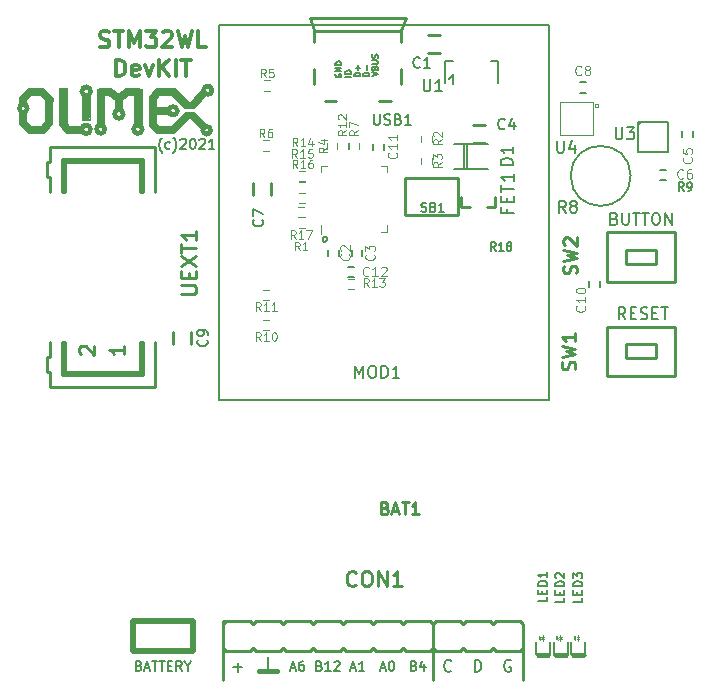
<source format=gbr>
G04 #@! TF.GenerationSoftware,KiCad,Pcbnew,5.1.5+dfsg1-2build2*
G04 #@! TF.CreationDate,2021-07-09T11:51:46+03:00*
G04 #@! TF.ProjectId,STM32WL-DevKit_RevB,53544d33-3257-44c2-9d44-65764b69745f,rev?*
G04 #@! TF.SameCoordinates,Original*
G04 #@! TF.FileFunction,Legend,Top*
G04 #@! TF.FilePolarity,Positive*
%FSLAX46Y46*%
G04 Gerber Fmt 4.6, Leading zero omitted, Abs format (unit mm)*
G04 Created by KiCad (PCBNEW 5.1.5+dfsg1-2build2) date 2021-07-09 11:51:46*
%MOMM*%
%LPD*%
G04 APERTURE LIST*
%ADD10C,0.158750*%
%ADD11C,0.150000*%
%ADD12C,0.400000*%
%ADD13C,0.160000*%
%ADD14C,0.254000*%
%ADD15C,0.209550*%
%ADD16C,0.349250*%
%ADD17C,0.120000*%
%ADD18C,0.508000*%
%ADD19C,0.050000*%
%ADD20C,0.100000*%
%ADD21C,0.127000*%
%ADD22C,0.700000*%
%ADD23C,0.500000*%
%ADD24C,0.152400*%
G04 APERTURE END LIST*
D10*
X80980642Y-105011461D02*
X80920166Y-104981223D01*
X80889928Y-104950985D01*
X80859690Y-104890509D01*
X80859690Y-104709080D01*
X80889928Y-104648604D01*
X80920166Y-104618366D01*
X80980642Y-104588128D01*
X81071357Y-104588128D01*
X81131833Y-104618366D01*
X81162071Y-104648604D01*
X81192309Y-104709080D01*
X81192309Y-104890509D01*
X81162071Y-104950985D01*
X81131833Y-104981223D01*
X81071357Y-105011461D01*
X80980642Y-105011461D01*
D11*
X65310000Y-140912857D02*
X65424285Y-140950952D01*
X65462380Y-140989047D01*
X65500476Y-141065238D01*
X65500476Y-141179523D01*
X65462380Y-141255714D01*
X65424285Y-141293809D01*
X65348095Y-141331904D01*
X65043333Y-141331904D01*
X65043333Y-140531904D01*
X65310000Y-140531904D01*
X65386190Y-140570000D01*
X65424285Y-140608095D01*
X65462380Y-140684285D01*
X65462380Y-140760476D01*
X65424285Y-140836666D01*
X65386190Y-140874761D01*
X65310000Y-140912857D01*
X65043333Y-140912857D01*
X65805238Y-141103333D02*
X66186190Y-141103333D01*
X65729047Y-141331904D02*
X65995714Y-140531904D01*
X66262380Y-141331904D01*
X66414761Y-140531904D02*
X66871904Y-140531904D01*
X66643333Y-141331904D02*
X66643333Y-140531904D01*
X67024285Y-140531904D02*
X67481428Y-140531904D01*
X67252857Y-141331904D02*
X67252857Y-140531904D01*
X67748095Y-140912857D02*
X68014761Y-140912857D01*
X68129047Y-141331904D02*
X67748095Y-141331904D01*
X67748095Y-140531904D01*
X68129047Y-140531904D01*
X68929047Y-141331904D02*
X68662380Y-140950952D01*
X68471904Y-141331904D02*
X68471904Y-140531904D01*
X68776666Y-140531904D01*
X68852857Y-140570000D01*
X68890952Y-140608095D01*
X68929047Y-140684285D01*
X68929047Y-140798571D01*
X68890952Y-140874761D01*
X68852857Y-140912857D01*
X68776666Y-140950952D01*
X68471904Y-140950952D01*
X69424285Y-140950952D02*
X69424285Y-141331904D01*
X69157619Y-140531904D02*
X69424285Y-140950952D01*
X69690952Y-140531904D01*
D12*
X75438000Y-141351000D02*
X76962000Y-141351000D01*
D13*
X76200000Y-140208000D02*
X76200000Y-141351000D01*
D11*
X88576190Y-140912857D02*
X88690476Y-140950952D01*
X88728571Y-140989047D01*
X88766666Y-141065238D01*
X88766666Y-141179523D01*
X88728571Y-141255714D01*
X88690476Y-141293809D01*
X88614285Y-141331904D01*
X88309523Y-141331904D01*
X88309523Y-140531904D01*
X88576190Y-140531904D01*
X88652380Y-140570000D01*
X88690476Y-140608095D01*
X88728571Y-140684285D01*
X88728571Y-140760476D01*
X88690476Y-140836666D01*
X88652380Y-140874761D01*
X88576190Y-140912857D01*
X88309523Y-140912857D01*
X89452380Y-140798571D02*
X89452380Y-141331904D01*
X89261904Y-140493809D02*
X89071428Y-141065238D01*
X89566666Y-141065238D01*
X85788571Y-141103333D02*
X86169523Y-141103333D01*
X85712380Y-141331904D02*
X85979047Y-140531904D01*
X86245714Y-141331904D01*
X86664761Y-140531904D02*
X86740952Y-140531904D01*
X86817142Y-140570000D01*
X86855238Y-140608095D01*
X86893333Y-140684285D01*
X86931428Y-140836666D01*
X86931428Y-141027142D01*
X86893333Y-141179523D01*
X86855238Y-141255714D01*
X86817142Y-141293809D01*
X86740952Y-141331904D01*
X86664761Y-141331904D01*
X86588571Y-141293809D01*
X86550476Y-141255714D01*
X86512380Y-141179523D01*
X86474285Y-141027142D01*
X86474285Y-140836666D01*
X86512380Y-140684285D01*
X86550476Y-140608095D01*
X86588571Y-140570000D01*
X86664761Y-140531904D01*
X83248571Y-141103333D02*
X83629523Y-141103333D01*
X83172380Y-141331904D02*
X83439047Y-140531904D01*
X83705714Y-141331904D01*
X84391428Y-141331904D02*
X83934285Y-141331904D01*
X84162857Y-141331904D02*
X84162857Y-140531904D01*
X84086666Y-140646190D01*
X84010476Y-140722380D01*
X83934285Y-140760476D01*
X80575238Y-140912857D02*
X80689523Y-140950952D01*
X80727619Y-140989047D01*
X80765714Y-141065238D01*
X80765714Y-141179523D01*
X80727619Y-141255714D01*
X80689523Y-141293809D01*
X80613333Y-141331904D01*
X80308571Y-141331904D01*
X80308571Y-140531904D01*
X80575238Y-140531904D01*
X80651428Y-140570000D01*
X80689523Y-140608095D01*
X80727619Y-140684285D01*
X80727619Y-140760476D01*
X80689523Y-140836666D01*
X80651428Y-140874761D01*
X80575238Y-140912857D01*
X80308571Y-140912857D01*
X81527619Y-141331904D02*
X81070476Y-141331904D01*
X81299047Y-141331904D02*
X81299047Y-140531904D01*
X81222857Y-140646190D01*
X81146666Y-140722380D01*
X81070476Y-140760476D01*
X81832380Y-140608095D02*
X81870476Y-140570000D01*
X81946666Y-140531904D01*
X82137142Y-140531904D01*
X82213333Y-140570000D01*
X82251428Y-140608095D01*
X82289523Y-140684285D01*
X82289523Y-140760476D01*
X82251428Y-140874761D01*
X81794285Y-141331904D01*
X82289523Y-141331904D01*
X78168571Y-141103333D02*
X78549523Y-141103333D01*
X78092380Y-141331904D02*
X78359047Y-140531904D01*
X78625714Y-141331904D01*
X79235238Y-140531904D02*
X79082857Y-140531904D01*
X79006666Y-140570000D01*
X78968571Y-140608095D01*
X78892380Y-140722380D01*
X78854285Y-140874761D01*
X78854285Y-141179523D01*
X78892380Y-141255714D01*
X78930476Y-141293809D01*
X79006666Y-141331904D01*
X79159047Y-141331904D01*
X79235238Y-141293809D01*
X79273333Y-141255714D01*
X79311428Y-141179523D01*
X79311428Y-140989047D01*
X79273333Y-140912857D01*
X79235238Y-140874761D01*
X79159047Y-140836666D01*
X79006666Y-140836666D01*
X78930476Y-140874761D01*
X78892380Y-140912857D01*
X78854285Y-140989047D01*
X73279047Y-141041428D02*
X74040952Y-141041428D01*
X73660000Y-141422380D02*
X73660000Y-140660476D01*
D14*
X72390000Y-137414000D02*
X72390000Y-142113000D01*
D11*
X96781904Y-140470000D02*
X96686666Y-140422380D01*
X96543809Y-140422380D01*
X96400952Y-140470000D01*
X96305714Y-140565238D01*
X96258095Y-140660476D01*
X96210476Y-140850952D01*
X96210476Y-140993809D01*
X96258095Y-141184285D01*
X96305714Y-141279523D01*
X96400952Y-141374761D01*
X96543809Y-141422380D01*
X96639047Y-141422380D01*
X96781904Y-141374761D01*
X96829523Y-141327142D01*
X96829523Y-140993809D01*
X96639047Y-140993809D01*
X91749523Y-141327142D02*
X91701904Y-141374761D01*
X91559047Y-141422380D01*
X91463809Y-141422380D01*
X91320952Y-141374761D01*
X91225714Y-141279523D01*
X91178095Y-141184285D01*
X91130476Y-140993809D01*
X91130476Y-140850952D01*
X91178095Y-140660476D01*
X91225714Y-140565238D01*
X91320952Y-140470000D01*
X91463809Y-140422380D01*
X91559047Y-140422380D01*
X91701904Y-140470000D01*
X91749523Y-140517619D01*
X93718095Y-141422380D02*
X93718095Y-140422380D01*
X93956190Y-140422380D01*
X94099047Y-140470000D01*
X94194285Y-140565238D01*
X94241904Y-140660476D01*
X94289523Y-140850952D01*
X94289523Y-140993809D01*
X94241904Y-141184285D01*
X94194285Y-141279523D01*
X94099047Y-141374761D01*
X93956190Y-141422380D01*
X93718095Y-141422380D01*
D14*
X97790000Y-137541000D02*
X97790000Y-142113000D01*
X90170000Y-137414000D02*
X90170000Y-142113000D01*
D11*
X105561095Y-103052571D02*
X105703952Y-103100190D01*
X105751571Y-103147809D01*
X105799190Y-103243047D01*
X105799190Y-103385904D01*
X105751571Y-103481142D01*
X105703952Y-103528761D01*
X105608714Y-103576380D01*
X105227761Y-103576380D01*
X105227761Y-102576380D01*
X105561095Y-102576380D01*
X105656333Y-102624000D01*
X105703952Y-102671619D01*
X105751571Y-102766857D01*
X105751571Y-102862095D01*
X105703952Y-102957333D01*
X105656333Y-103004952D01*
X105561095Y-103052571D01*
X105227761Y-103052571D01*
X106227761Y-102576380D02*
X106227761Y-103385904D01*
X106275380Y-103481142D01*
X106323000Y-103528761D01*
X106418238Y-103576380D01*
X106608714Y-103576380D01*
X106703952Y-103528761D01*
X106751571Y-103481142D01*
X106799190Y-103385904D01*
X106799190Y-102576380D01*
X107132523Y-102576380D02*
X107703952Y-102576380D01*
X107418238Y-103576380D02*
X107418238Y-102576380D01*
X107894428Y-102576380D02*
X108465857Y-102576380D01*
X108180142Y-103576380D02*
X108180142Y-102576380D01*
X108989666Y-102576380D02*
X109180142Y-102576380D01*
X109275380Y-102624000D01*
X109370619Y-102719238D01*
X109418238Y-102909714D01*
X109418238Y-103243047D01*
X109370619Y-103433523D01*
X109275380Y-103528761D01*
X109180142Y-103576380D01*
X108989666Y-103576380D01*
X108894428Y-103528761D01*
X108799190Y-103433523D01*
X108751571Y-103243047D01*
X108751571Y-102909714D01*
X108799190Y-102719238D01*
X108894428Y-102624000D01*
X108989666Y-102576380D01*
X109846809Y-103576380D02*
X109846809Y-102576380D01*
X110418238Y-103576380D01*
X110418238Y-102576380D01*
X106497619Y-111577380D02*
X106164285Y-111101190D01*
X105926190Y-111577380D02*
X105926190Y-110577380D01*
X106307142Y-110577380D01*
X106402380Y-110625000D01*
X106450000Y-110672619D01*
X106497619Y-110767857D01*
X106497619Y-110910714D01*
X106450000Y-111005952D01*
X106402380Y-111053571D01*
X106307142Y-111101190D01*
X105926190Y-111101190D01*
X106926190Y-111053571D02*
X107259523Y-111053571D01*
X107402380Y-111577380D02*
X106926190Y-111577380D01*
X106926190Y-110577380D01*
X107402380Y-110577380D01*
X107783333Y-111529761D02*
X107926190Y-111577380D01*
X108164285Y-111577380D01*
X108259523Y-111529761D01*
X108307142Y-111482142D01*
X108354761Y-111386904D01*
X108354761Y-111291666D01*
X108307142Y-111196428D01*
X108259523Y-111148809D01*
X108164285Y-111101190D01*
X107973809Y-111053571D01*
X107878571Y-111005952D01*
X107830952Y-110958333D01*
X107783333Y-110863095D01*
X107783333Y-110767857D01*
X107830952Y-110672619D01*
X107878571Y-110625000D01*
X107973809Y-110577380D01*
X108211904Y-110577380D01*
X108354761Y-110625000D01*
X108783333Y-111053571D02*
X109116666Y-111053571D01*
X109259523Y-111577380D02*
X108783333Y-111577380D01*
X108783333Y-110577380D01*
X109259523Y-110577380D01*
X109545238Y-110577380D02*
X110116666Y-110577380D01*
X109830952Y-111577380D02*
X109830952Y-110577380D01*
D15*
X67266457Y-97472500D02*
X67226542Y-97432585D01*
X67146714Y-97312842D01*
X67106800Y-97233014D01*
X67066885Y-97113271D01*
X67026971Y-96913700D01*
X67026971Y-96754042D01*
X67066885Y-96554471D01*
X67106800Y-96434728D01*
X67146714Y-96354900D01*
X67226542Y-96235157D01*
X67266457Y-96195242D01*
X67945000Y-97113271D02*
X67865171Y-97153185D01*
X67705514Y-97153185D01*
X67625685Y-97113271D01*
X67585771Y-97073357D01*
X67545857Y-96993528D01*
X67545857Y-96754042D01*
X67585771Y-96674214D01*
X67625685Y-96634300D01*
X67705514Y-96594385D01*
X67865171Y-96594385D01*
X67945000Y-96634300D01*
X68224400Y-97472500D02*
X68264314Y-97432585D01*
X68344142Y-97312842D01*
X68384057Y-97233014D01*
X68423971Y-97113271D01*
X68463885Y-96913700D01*
X68463885Y-96754042D01*
X68423971Y-96554471D01*
X68384057Y-96434728D01*
X68344142Y-96354900D01*
X68264314Y-96235157D01*
X68224400Y-96195242D01*
X68823114Y-96394814D02*
X68863028Y-96354900D01*
X68942857Y-96314985D01*
X69142428Y-96314985D01*
X69222257Y-96354900D01*
X69262171Y-96394814D01*
X69302085Y-96474642D01*
X69302085Y-96554471D01*
X69262171Y-96674214D01*
X68783200Y-97153185D01*
X69302085Y-97153185D01*
X69820971Y-96314985D02*
X69900800Y-96314985D01*
X69980628Y-96354900D01*
X70020542Y-96394814D01*
X70060457Y-96474642D01*
X70100371Y-96634300D01*
X70100371Y-96833871D01*
X70060457Y-96993528D01*
X70020542Y-97073357D01*
X69980628Y-97113271D01*
X69900800Y-97153185D01*
X69820971Y-97153185D01*
X69741142Y-97113271D01*
X69701228Y-97073357D01*
X69661314Y-96993528D01*
X69621400Y-96833871D01*
X69621400Y-96634300D01*
X69661314Y-96474642D01*
X69701228Y-96394814D01*
X69741142Y-96354900D01*
X69820971Y-96314985D01*
X70419685Y-96394814D02*
X70459600Y-96354900D01*
X70539428Y-96314985D01*
X70739000Y-96314985D01*
X70818828Y-96354900D01*
X70858742Y-96394814D01*
X70898657Y-96474642D01*
X70898657Y-96554471D01*
X70858742Y-96674214D01*
X70379771Y-97153185D01*
X70898657Y-97153185D01*
X71696942Y-97153185D02*
X71217971Y-97153185D01*
X71457457Y-97153185D02*
X71457457Y-96314985D01*
X71377628Y-96434728D01*
X71297800Y-96514557D01*
X71217971Y-96554471D01*
D16*
X61997166Y-88497077D02*
X62196738Y-88563601D01*
X62529357Y-88563601D01*
X62662404Y-88497077D01*
X62728928Y-88430553D01*
X62795452Y-88297505D01*
X62795452Y-88164458D01*
X62728928Y-88031410D01*
X62662404Y-87964886D01*
X62529357Y-87898363D01*
X62263261Y-87831839D01*
X62130214Y-87765315D01*
X62063690Y-87698791D01*
X61997166Y-87565744D01*
X61997166Y-87432696D01*
X62063690Y-87299648D01*
X62130214Y-87233125D01*
X62263261Y-87166601D01*
X62595880Y-87166601D01*
X62795452Y-87233125D01*
X63194595Y-87166601D02*
X63992880Y-87166601D01*
X63593738Y-88563601D02*
X63593738Y-87166601D01*
X64458547Y-88563601D02*
X64458547Y-87166601D01*
X64924214Y-88164458D01*
X65389880Y-87166601D01*
X65389880Y-88563601D01*
X65922071Y-87166601D02*
X66786880Y-87166601D01*
X66321214Y-87698791D01*
X66520785Y-87698791D01*
X66653833Y-87765315D01*
X66720357Y-87831839D01*
X66786880Y-87964886D01*
X66786880Y-88297505D01*
X66720357Y-88430553D01*
X66653833Y-88497077D01*
X66520785Y-88563601D01*
X66121642Y-88563601D01*
X65988595Y-88497077D01*
X65922071Y-88430553D01*
X67319071Y-87299648D02*
X67385595Y-87233125D01*
X67518642Y-87166601D01*
X67851261Y-87166601D01*
X67984309Y-87233125D01*
X68050833Y-87299648D01*
X68117357Y-87432696D01*
X68117357Y-87565744D01*
X68050833Y-87765315D01*
X67252547Y-88563601D01*
X68117357Y-88563601D01*
X68583023Y-87166601D02*
X68915642Y-88563601D01*
X69181738Y-87565744D01*
X69447833Y-88563601D01*
X69780452Y-87166601D01*
X70977880Y-88563601D02*
X70312642Y-88563601D01*
X70312642Y-87166601D01*
X63360904Y-91008351D02*
X63360904Y-89611351D01*
X63693523Y-89611351D01*
X63893095Y-89677875D01*
X64026142Y-89810922D01*
X64092666Y-89943970D01*
X64159190Y-90210065D01*
X64159190Y-90409636D01*
X64092666Y-90675732D01*
X64026142Y-90808779D01*
X63893095Y-90941827D01*
X63693523Y-91008351D01*
X63360904Y-91008351D01*
X65290095Y-90941827D02*
X65157047Y-91008351D01*
X64890952Y-91008351D01*
X64757904Y-90941827D01*
X64691380Y-90808779D01*
X64691380Y-90276589D01*
X64757904Y-90143541D01*
X64890952Y-90077017D01*
X65157047Y-90077017D01*
X65290095Y-90143541D01*
X65356619Y-90276589D01*
X65356619Y-90409636D01*
X64691380Y-90542684D01*
X65822285Y-90077017D02*
X66154904Y-91008351D01*
X66487523Y-90077017D01*
X67019714Y-91008351D02*
X67019714Y-89611351D01*
X67818000Y-91008351D02*
X67219285Y-90210065D01*
X67818000Y-89611351D02*
X67019714Y-90409636D01*
X68416714Y-91008351D02*
X68416714Y-89611351D01*
X68882380Y-89611351D02*
X69680666Y-89611351D01*
X69281523Y-91008351D02*
X69281523Y-89611351D01*
D14*
X87818400Y-102785600D02*
X87818400Y-99585600D01*
X92318400Y-102785600D02*
X87818400Y-102785600D01*
X92318400Y-99585600D02*
X92318400Y-102785600D01*
X87818400Y-99585600D02*
X92318400Y-99585600D01*
D17*
X80715200Y-99121400D02*
X80715200Y-98571400D01*
X80715200Y-98571400D02*
X81265200Y-98571400D01*
X86315200Y-99121400D02*
X86315200Y-98571400D01*
X86315200Y-98571400D02*
X85765200Y-98571400D01*
X86315200Y-103621400D02*
X86315200Y-104171400D01*
X86315200Y-104171400D02*
X85765200Y-104171400D01*
X80715200Y-103621400D02*
X80715200Y-104321400D01*
D11*
X111315500Y-95885000D02*
X111315500Y-95631000D01*
X111315500Y-95885000D02*
X111315500Y-96139000D01*
X112204500Y-95885000D02*
X112204500Y-96139000D01*
X112204500Y-95885000D02*
X112204500Y-95631000D01*
X95722440Y-89758520D02*
X95072200Y-89758520D01*
X95722440Y-89758520D02*
X95722440Y-91559380D01*
X91221560Y-89758520D02*
X91871800Y-89758520D01*
X91221560Y-89758520D02*
X91221560Y-91559380D01*
X91922600Y-90810080D02*
X91922600Y-91658440D01*
X91821000Y-90959940D02*
X91922600Y-90810080D01*
X91572080Y-91259660D02*
X91821000Y-90959940D01*
D14*
X87884000Y-86106000D02*
X87503000Y-87122000D01*
X79756000Y-86106000D02*
X80137000Y-87122000D01*
X80120000Y-91635000D02*
X80120000Y-90435000D01*
X87520000Y-87135000D02*
X87520000Y-88135000D01*
X79756000Y-86035000D02*
X87884000Y-86035000D01*
X80120000Y-88135000D02*
X80120000Y-87135000D01*
X81020000Y-93135000D02*
X82020000Y-93135000D01*
X85620000Y-93135000D02*
X86620000Y-93135000D01*
X87520000Y-91635000D02*
X87520000Y-90435000D01*
X80120000Y-87135000D02*
X87520000Y-87135000D01*
D11*
X91945800Y-96765400D02*
X94845800Y-96765400D01*
X94845800Y-98865400D02*
X91945800Y-98865400D01*
X92786200Y-96799400D02*
X92786200Y-98831400D01*
X93040200Y-96799400D02*
X93040200Y-98780600D01*
D14*
X92608400Y-102082600D02*
X93319600Y-102082600D01*
X92608400Y-101244400D02*
X92608400Y-102082600D01*
X95453200Y-101244400D02*
X95453200Y-102082600D01*
X94742000Y-102082600D02*
X95453200Y-102082600D01*
D18*
X64770000Y-139700000D02*
X64770000Y-137160000D01*
X69850000Y-139700000D02*
X64770000Y-139700000D01*
X69850000Y-137160000D02*
X69850000Y-139700000D01*
X64770000Y-137160000D02*
X69850000Y-137160000D01*
D14*
X99009200Y-139954000D02*
X100050600Y-139954000D01*
X99936300Y-140119100D02*
X99110800Y-140119100D01*
X98971100Y-139966700D02*
X99098100Y-140106400D01*
X100063300Y-139966700D02*
X99936300Y-140119100D01*
D19*
X99267200Y-138527800D02*
X99157200Y-138397800D01*
X99137200Y-138387800D02*
X99147200Y-138467800D01*
X99137200Y-138387800D02*
X99217200Y-138387800D01*
X99137200Y-138603200D02*
X99217200Y-138603200D01*
X99137200Y-138603200D02*
X99147200Y-138683200D01*
X99246200Y-138734800D02*
X99136200Y-138604800D01*
D20*
X99601800Y-138657000D02*
X99381800Y-138657000D01*
X99381800Y-138467000D02*
X99481800Y-138567000D01*
X99601800Y-138467000D02*
X99501800Y-138577000D01*
X99601800Y-138467000D02*
X99381800Y-138467000D01*
X99491800Y-138297000D02*
X99491800Y-138817000D01*
D21*
X100126800Y-138938000D02*
X100126800Y-139954000D01*
X98907600Y-139954000D02*
X98907600Y-138938000D01*
D14*
X100507800Y-139954000D02*
X101549200Y-139954000D01*
X101434900Y-140119100D02*
X100609400Y-140119100D01*
X100469700Y-139966700D02*
X100596700Y-140106400D01*
X101561900Y-139966700D02*
X101434900Y-140119100D01*
D19*
X100765800Y-138527800D02*
X100655800Y-138397800D01*
X100635800Y-138387800D02*
X100645800Y-138467800D01*
X100635800Y-138387800D02*
X100715800Y-138387800D01*
X100635800Y-138603200D02*
X100715800Y-138603200D01*
X100635800Y-138603200D02*
X100645800Y-138683200D01*
X100744800Y-138734800D02*
X100634800Y-138604800D01*
D20*
X101100400Y-138657000D02*
X100880400Y-138657000D01*
X100880400Y-138467000D02*
X100980400Y-138567000D01*
X101100400Y-138467000D02*
X101000400Y-138577000D01*
X101100400Y-138467000D02*
X100880400Y-138467000D01*
X100990400Y-138297000D02*
X100990400Y-138817000D01*
D21*
X101625400Y-138938000D02*
X101625400Y-139954000D01*
X100406200Y-139954000D02*
X100406200Y-138938000D01*
D14*
X101981000Y-139954000D02*
X103022400Y-139954000D01*
X102908100Y-140119100D02*
X102082600Y-140119100D01*
X101942900Y-139966700D02*
X102069900Y-140106400D01*
X103035100Y-139966700D02*
X102908100Y-140119100D01*
D19*
X102239000Y-138527800D02*
X102129000Y-138397800D01*
X102109000Y-138387800D02*
X102119000Y-138467800D01*
X102109000Y-138387800D02*
X102189000Y-138387800D01*
X102109000Y-138603200D02*
X102189000Y-138603200D01*
X102109000Y-138603200D02*
X102119000Y-138683200D01*
X102218000Y-138734800D02*
X102108000Y-138604800D01*
D20*
X102573600Y-138657000D02*
X102353600Y-138657000D01*
X102353600Y-138467000D02*
X102453600Y-138567000D01*
X102573600Y-138467000D02*
X102473600Y-138577000D01*
X102573600Y-138467000D02*
X102353600Y-138467000D01*
X102463600Y-138297000D02*
X102463600Y-138817000D01*
D21*
X103098600Y-138938000D02*
X103098600Y-139954000D01*
X101879400Y-139954000D02*
X101879400Y-138938000D01*
D20*
X78816200Y-103847900D02*
X79324200Y-103847900D01*
X79324200Y-102958900D02*
X78816200Y-102958900D01*
X90081100Y-96570800D02*
X90081100Y-96062800D01*
X89192100Y-96062800D02*
X89192100Y-96570800D01*
X90081100Y-98450400D02*
X90081100Y-97942400D01*
X89192100Y-97942400D02*
X89192100Y-98450400D01*
X81191100Y-96672400D02*
X81191100Y-97180400D01*
X82080100Y-97180400D02*
X82080100Y-96672400D01*
X83070700Y-96672400D02*
X83070700Y-97180400D01*
X83959700Y-97180400D02*
X83959700Y-96672400D01*
X82105500Y-96672400D02*
X82105500Y-97180400D01*
X82994500Y-97180400D02*
X82994500Y-96672400D01*
X83007200Y-109029500D02*
X83515200Y-109029500D01*
X83515200Y-108140500D02*
X83007200Y-108140500D01*
X79349600Y-99021900D02*
X78841600Y-99021900D01*
X78841600Y-99910900D02*
X79349600Y-99910900D01*
X79324200Y-99961700D02*
X78816200Y-99961700D01*
X78816200Y-100850700D02*
X79324200Y-100850700D01*
X79324200Y-100876100D02*
X78816200Y-100876100D01*
X78816200Y-101765100D02*
X79324200Y-101765100D01*
X78790800Y-102933500D02*
X79298800Y-102933500D01*
X79298800Y-102044500D02*
X78790800Y-102044500D01*
D11*
X86017100Y-96977200D02*
X86017100Y-97231200D01*
X86017100Y-96977200D02*
X86017100Y-96723200D01*
X85128100Y-96977200D02*
X85128100Y-96723200D01*
X85128100Y-96977200D02*
X85128100Y-97231200D01*
X83324700Y-105943400D02*
X83324700Y-105689400D01*
X83324700Y-105943400D02*
X83324700Y-106197400D01*
X84213700Y-105943400D02*
X84213700Y-106197400D01*
X84213700Y-105943400D02*
X84213700Y-105689400D01*
D14*
X94640400Y-96621600D02*
X93624400Y-96621600D01*
X94640400Y-95097600D02*
X93624400Y-95097600D01*
D11*
X83261200Y-108013501D02*
X83007200Y-108013501D01*
X83261200Y-108013501D02*
X83515200Y-108013501D01*
X83261200Y-107124501D02*
X83515200Y-107124501D01*
X83261200Y-107124501D02*
X83007200Y-107124501D01*
D14*
X89814400Y-87477600D02*
X90830400Y-87477600D01*
X89814400Y-89001600D02*
X90830400Y-89001600D01*
D11*
X81318100Y-105943400D02*
X81318100Y-105689400D01*
X81318100Y-105943400D02*
X81318100Y-106197400D01*
X82207100Y-105943400D02*
X82207100Y-106197400D01*
X82207100Y-105943400D02*
X82207100Y-105689400D01*
X72054000Y-118420000D02*
X72054000Y-86670000D01*
X99994000Y-118420000D02*
X72054000Y-118420000D01*
X99994000Y-86670000D02*
X99994000Y-118420000D01*
X72054000Y-86670000D02*
X99994000Y-86670000D01*
D12*
X55849147Y-93726000D02*
G75*
G03X55849147Y-93726000I-337447J0D01*
G01*
D22*
X55499000Y-92951300D02*
X56007000Y-92443300D01*
X57099200Y-92367100D02*
X57734200Y-92976700D01*
X57708800Y-94932500D02*
X57150000Y-95516700D01*
X59334400Y-95529400D02*
X58877200Y-95072200D01*
X60320200Y-95529400D02*
X59334400Y-95529400D01*
D12*
X61199324Y-95504000D02*
G75*
G03X61199324Y-95504000I-366324J0D01*
G01*
D22*
X60833000Y-92811600D02*
X60833000Y-94411800D01*
D12*
X61219218Y-92278200D02*
G75*
G03X61219218Y-92278200I-373518J0D01*
G01*
X62424559Y-95478600D02*
G75*
G03X62424559Y-95478600I-359659J0D01*
G01*
D22*
X62052200Y-94970600D02*
X62052200Y-92379800D01*
X62052200Y-92379800D02*
X62890400Y-92379800D01*
X62890400Y-92379800D02*
X63500000Y-92887800D01*
X63601600Y-93675200D02*
X63601600Y-92964000D01*
X63677800Y-92887800D02*
X64312800Y-92379800D01*
D12*
X63972518Y-94208600D02*
G75*
G03X63972518Y-94208600I-370918J0D01*
G01*
D22*
X64312800Y-92379800D02*
X65201800Y-92379800D01*
D12*
X65577729Y-95491300D02*
G75*
G03X65577729Y-95491300I-363229J0D01*
G01*
X71373266Y-95580200D02*
G75*
G03X71373266Y-95580200I-329466J0D01*
G01*
D22*
X70713600Y-95224600D02*
X69875400Y-94411800D01*
D23*
X69367400Y-94310200D02*
X69900800Y-94310200D01*
D22*
X68224400Y-95529400D02*
X69367400Y-94411800D01*
X66903600Y-95529400D02*
X68224400Y-95529400D01*
X66471800Y-95097600D02*
X66903600Y-95529400D01*
X66471800Y-92862400D02*
X66471800Y-95097600D01*
X66471800Y-92837000D02*
X66954400Y-92329000D01*
X67002500Y-92354400D02*
X68224400Y-92354400D01*
X68224400Y-92354400D02*
X69316600Y-93421200D01*
D23*
X69342000Y-93535500D02*
X69900800Y-93535500D01*
D22*
X70764400Y-92544900D02*
X69900800Y-93438600D01*
D12*
X71492135Y-92189300D02*
G75*
G03X71492135Y-92189300I-359435J0D01*
G01*
D22*
X67691000Y-93929200D02*
X66471800Y-93929200D01*
D12*
X68558659Y-93929200D02*
G75*
G03X68558659Y-93929200I-359659J0D01*
G01*
D22*
X56070500Y-95542100D02*
X57111900Y-95542100D01*
X55511700Y-94983300D02*
X55511700Y-94221300D01*
X55499000Y-94970600D02*
X56083200Y-95542100D01*
X55499000Y-93002100D02*
X55499000Y-93243400D01*
X57721500Y-92964000D02*
X57721500Y-94894400D01*
X57099200Y-92354400D02*
X56095900Y-92354400D01*
X65214500Y-92367100D02*
X65214500Y-94970600D01*
X58877200Y-95084900D02*
X58877200Y-92354400D01*
D20*
X58877200Y-92011500D02*
X58597800Y-92011500D01*
X58572400Y-92011500D02*
X58572400Y-95161100D01*
X58585100Y-92011500D02*
X58572400Y-92011500D01*
X58597800Y-92011500D02*
X58585100Y-92011500D01*
X58712100Y-92100400D02*
X58648600Y-92087700D01*
X59194700Y-92011500D02*
X59194700Y-95046800D01*
X58889900Y-92011500D02*
X59194700Y-92011500D01*
X59016900Y-92087700D02*
X59131200Y-92087700D01*
X60515500Y-92697300D02*
X60515500Y-94716600D01*
X61150500Y-94716600D02*
X61150500Y-92697300D01*
X61125100Y-94716600D02*
X61150500Y-94716600D01*
X60515500Y-94716600D02*
X61125100Y-94716600D01*
X60655200Y-94653100D02*
X60591700Y-94653100D01*
X60998100Y-94653100D02*
X61087000Y-94653100D01*
X61734700Y-95059500D02*
X61734700Y-92075000D01*
X62979300Y-92062300D02*
X63563500Y-92544900D01*
X61734700Y-92062300D02*
X62979300Y-92062300D01*
X61887100Y-92125800D02*
X61810900Y-92125800D01*
X65544700Y-95084900D02*
X65544700Y-92075000D01*
X64223900Y-92062300D02*
X63601600Y-92557600D01*
X64249300Y-92062300D02*
X64223900Y-92062300D01*
X65544700Y-92062300D02*
X64249300Y-92062300D01*
X65544700Y-92075000D02*
X65544700Y-92062300D01*
X65392300Y-92138500D02*
X65493900Y-92138500D01*
X68338700Y-92024200D02*
X69596000Y-93268800D01*
X68287900Y-92024200D02*
X68338700Y-92024200D01*
X66916300Y-92024200D02*
X68287900Y-92024200D01*
D11*
X107839000Y-94889000D02*
X107589000Y-95139000D01*
X110089000Y-94889000D02*
X107589000Y-94889000D01*
X110089000Y-97389000D02*
X110089000Y-94889000D01*
X107589000Y-97389000D02*
X110089000Y-97389000D01*
X107589000Y-94889000D02*
X107589000Y-97389000D01*
D20*
X100965000Y-96012000D02*
X100965000Y-93218000D01*
X103759000Y-96012000D02*
X100965000Y-96012000D01*
X103759000Y-93218000D02*
X103759000Y-96012000D01*
X100965000Y-93218000D02*
X103759000Y-93218000D01*
X104140000Y-93345000D02*
X103886000Y-93345000D01*
X104140000Y-93599000D02*
X104140000Y-93345000D01*
X103886000Y-93599000D02*
X104140000Y-93599000D01*
X103886000Y-93345000D02*
X103886000Y-93599000D01*
D14*
X58928000Y-98552000D02*
X58928000Y-98044000D01*
X65532000Y-98425000D02*
X65532000Y-98171000D01*
X65532000Y-115824000D02*
X65532000Y-116205000D01*
X58928000Y-115824000D02*
X58928000Y-116205000D01*
X59055000Y-116078000D02*
X59055000Y-113538000D01*
X59055000Y-100838000D02*
X59055000Y-98298000D01*
X65405000Y-98298000D02*
X59055000Y-98298000D01*
X59055000Y-116078000D02*
X65405000Y-116078000D01*
X57785000Y-117348000D02*
X57785000Y-116078000D01*
X66675000Y-97028000D02*
X66675000Y-100838000D01*
X66675000Y-97028000D02*
X57785000Y-97028000D01*
X57785000Y-117348000D02*
X66675000Y-117348000D01*
X65405000Y-98298000D02*
X65405000Y-100838000D01*
X65405000Y-113538000D02*
X65405000Y-116078000D01*
X57785000Y-98298000D02*
X57531000Y-98298000D01*
X57531000Y-98298000D02*
X57531000Y-99568000D01*
X57785000Y-99568000D02*
X57531000Y-99568000D01*
X57785000Y-98298000D02*
X57785000Y-97028000D01*
X57785000Y-100838000D02*
X57785000Y-99568000D01*
X57531000Y-114808000D02*
X57531000Y-116078000D01*
X57531000Y-116078000D02*
X57785000Y-116078000D01*
X57531000Y-114808000D02*
X57785000Y-114808000D01*
X57785000Y-114808000D02*
X57785000Y-113538000D01*
X65659000Y-100838000D02*
X65659000Y-98044000D01*
X65659000Y-98044000D02*
X58801000Y-98044000D01*
X58801000Y-98044000D02*
X58801000Y-100838000D01*
X58801000Y-113538000D02*
X58801000Y-116332000D01*
X58801000Y-116332000D02*
X65659000Y-116332000D01*
X65659000Y-116332000D02*
X65659000Y-113538000D01*
X66675000Y-113538000D02*
X66675000Y-117348000D01*
X59055000Y-100838000D02*
X58801000Y-100838000D01*
X65659000Y-100838000D02*
X65405000Y-100838000D01*
X65659000Y-113538000D02*
X65405000Y-113538000D01*
X59055000Y-113538000D02*
X58801000Y-113538000D01*
X106523000Y-106899000D02*
X106523000Y-105699000D01*
X106523000Y-105699000D02*
X109123000Y-105699000D01*
X109123000Y-106899000D02*
X109123000Y-105699000D01*
X106523000Y-106899000D02*
X109123000Y-106899000D01*
X110723000Y-104199000D02*
X104923000Y-104199000D01*
X110723000Y-108399000D02*
X110723000Y-104199000D01*
X104923000Y-108399000D02*
X110723000Y-108399000D01*
X104923000Y-104199000D02*
X104923000Y-108399000D01*
X106523000Y-114900000D02*
X106523000Y-113700000D01*
X106523000Y-113700000D02*
X109123000Y-113700000D01*
X109123000Y-114900000D02*
X109123000Y-113700000D01*
X106523000Y-114900000D02*
X109123000Y-114900000D01*
X110723000Y-112200000D02*
X104923000Y-112200000D01*
X110723000Y-116400000D02*
X110723000Y-112200000D01*
X104923000Y-116400000D02*
X110723000Y-116400000D01*
X104923000Y-112200000D02*
X104923000Y-116400000D01*
D20*
X76327000Y-109080300D02*
X75819000Y-109080300D01*
X75819000Y-109969300D02*
X76327000Y-109969300D01*
X76327000Y-111620300D02*
X75819000Y-111620300D01*
X75819000Y-112509300D02*
X76327000Y-112509300D01*
D11*
X106934000Y-99441000D02*
G75*
G03X106934000Y-99441000I-2540000J0D01*
G01*
D20*
X75793600Y-97294700D02*
X76301600Y-97294700D01*
X76301600Y-96405700D02*
X75793600Y-96405700D01*
X75895200Y-92214700D02*
X76403200Y-92214700D01*
X76403200Y-91325700D02*
X75895200Y-91325700D01*
D14*
X72390000Y-137160000D02*
X72390000Y-139700000D01*
X77470000Y-139446000D02*
X77724000Y-139700000D01*
X77216000Y-139700000D02*
X77470000Y-139446000D01*
X74676000Y-139700000D02*
X72898000Y-139700000D01*
X74930000Y-139446000D02*
X74676000Y-139700000D01*
X75184000Y-139700000D02*
X74930000Y-139446000D01*
X77216000Y-139700000D02*
X75184000Y-139700000D01*
X72898000Y-139700000D02*
X72390000Y-139700000D01*
X72644000Y-139700000D02*
X72390000Y-139446000D01*
X72390000Y-137414000D02*
X72644000Y-137160000D01*
X79756000Y-139700000D02*
X77724000Y-139700000D01*
X80010000Y-139446000D02*
X79756000Y-139700000D01*
X82804000Y-139700000D02*
X82550000Y-139446000D01*
X82296000Y-139700000D02*
X80264000Y-139700000D01*
X82550000Y-139446000D02*
X82296000Y-139700000D01*
X82296000Y-137160000D02*
X82550000Y-137414000D01*
X80264000Y-137160000D02*
X82296000Y-137160000D01*
X80010000Y-137414000D02*
X80264000Y-137160000D01*
X79756000Y-137160000D02*
X80010000Y-137414000D01*
X77724000Y-137160000D02*
X79756000Y-137160000D01*
X77470000Y-137414000D02*
X77724000Y-137160000D01*
X77216000Y-137160000D02*
X77470000Y-137414000D01*
X75184000Y-137160000D02*
X77216000Y-137160000D01*
X74930000Y-137414000D02*
X75184000Y-137160000D01*
X74676000Y-137160000D02*
X74930000Y-137414000D01*
X72644000Y-137160000D02*
X74676000Y-137160000D01*
X72390000Y-137160000D02*
X72644000Y-137160000D01*
X82550000Y-137414000D02*
X82804000Y-137160000D01*
X82804000Y-137160000D02*
X84836000Y-137160000D01*
X87376000Y-137160000D02*
X87630000Y-137414000D01*
X84836000Y-139700000D02*
X82804000Y-139700000D01*
X80264000Y-139700000D02*
X80010000Y-139446000D01*
X87630000Y-139446000D02*
X87376000Y-139700000D01*
X85344000Y-137160000D02*
X87376000Y-137160000D01*
X85090000Y-137414000D02*
X85344000Y-137160000D01*
X87376000Y-139700000D02*
X85344000Y-139700000D01*
X85090000Y-139446000D02*
X84836000Y-139700000D01*
X85344000Y-139700000D02*
X85090000Y-139446000D01*
X84836000Y-137160000D02*
X85090000Y-137414000D01*
X87376000Y-137160000D02*
X87630000Y-137414000D01*
X87630000Y-139446000D02*
X87376000Y-139700000D01*
X87376000Y-139700000D02*
X85344000Y-139700000D01*
X85344000Y-137160000D02*
X87376000Y-137160000D01*
X85090000Y-137414000D02*
X85344000Y-137160000D01*
X85344000Y-139700000D02*
X85090000Y-139446000D01*
X90424000Y-139700000D02*
X90170000Y-139446000D01*
X90170000Y-137414000D02*
X90424000Y-137160000D01*
X90424000Y-137160000D02*
X92456000Y-137160000D01*
X92456000Y-139700000D02*
X90424000Y-139700000D01*
X92710000Y-139446000D02*
X92456000Y-139700000D01*
X92456000Y-137160000D02*
X92710000Y-137414000D01*
X89916000Y-137160000D02*
X90170000Y-137414000D01*
X90424000Y-139700000D02*
X90170000Y-139446000D01*
X90170000Y-139446000D02*
X89916000Y-139700000D01*
X92456000Y-139700000D02*
X90424000Y-139700000D01*
X90170000Y-137414000D02*
X90424000Y-137160000D01*
X90424000Y-137160000D02*
X92456000Y-137160000D01*
X92710000Y-139446000D02*
X92456000Y-139700000D01*
X89916000Y-139700000D02*
X87884000Y-139700000D01*
X92456000Y-137160000D02*
X92710000Y-137414000D01*
X87884000Y-137160000D02*
X89916000Y-137160000D01*
X87630000Y-137414000D02*
X87884000Y-137160000D01*
X87884000Y-139700000D02*
X87630000Y-139446000D01*
X92964000Y-139700000D02*
X92710000Y-139446000D01*
X92710000Y-137414000D02*
X92964000Y-137160000D01*
X92964000Y-137160000D02*
X94996000Y-137160000D01*
X97536000Y-137160000D02*
X97790000Y-137414000D01*
X94996000Y-139700000D02*
X92964000Y-139700000D01*
X97790000Y-139446000D02*
X97536000Y-139700000D01*
X97790000Y-137414000D02*
X97790000Y-139446000D01*
X95504000Y-137160000D02*
X97536000Y-137160000D01*
X95250000Y-137414000D02*
X95504000Y-137160000D01*
X97536000Y-139700000D02*
X95504000Y-139700000D01*
X95250000Y-139446000D02*
X94996000Y-139700000D01*
X95504000Y-139700000D02*
X95250000Y-139446000D01*
X94996000Y-137160000D02*
X95250000Y-137414000D01*
X97536000Y-137160000D02*
X97790000Y-137414000D01*
X97790000Y-139446000D02*
X97536000Y-139700000D01*
X97536000Y-139700000D02*
X95504000Y-139700000D01*
X95504000Y-137160000D02*
X97536000Y-137160000D01*
X95250000Y-137414000D02*
X95504000Y-137160000D01*
X95504000Y-139700000D02*
X95250000Y-139446000D01*
D11*
X103441500Y-108585000D02*
X103441500Y-108331000D01*
X103441500Y-108585000D02*
X103441500Y-108839000D01*
X104330500Y-108585000D02*
X104330500Y-108839000D01*
X104330500Y-108585000D02*
X104330500Y-108331000D01*
D14*
X68199000Y-113665000D02*
X68199000Y-112649000D01*
X69723000Y-113665000D02*
X69723000Y-112649000D01*
D11*
X102870000Y-92392500D02*
X102616000Y-92392500D01*
X102870000Y-92392500D02*
X103124000Y-92392500D01*
X102870000Y-91503500D02*
X103124000Y-91503500D01*
X102870000Y-91503500D02*
X102616000Y-91503500D01*
D14*
X74930000Y-101092000D02*
X74930000Y-100076000D01*
X76454000Y-101092000D02*
X76454000Y-100076000D01*
D11*
X109651800Y-99809300D02*
X109397800Y-99809300D01*
X109651800Y-99809300D02*
X109905800Y-99809300D01*
X109651800Y-98920300D02*
X109905800Y-98920300D01*
X109651800Y-98920300D02*
X109397800Y-98920300D01*
D24*
X89208428Y-102441828D02*
X89317285Y-102478114D01*
X89498714Y-102478114D01*
X89571285Y-102441828D01*
X89607571Y-102405542D01*
X89643857Y-102332971D01*
X89643857Y-102260400D01*
X89607571Y-102187828D01*
X89571285Y-102151542D01*
X89498714Y-102115257D01*
X89353571Y-102078971D01*
X89281000Y-102042685D01*
X89244714Y-102006400D01*
X89208428Y-101933828D01*
X89208428Y-101861257D01*
X89244714Y-101788685D01*
X89281000Y-101752400D01*
X89353571Y-101716114D01*
X89535000Y-101716114D01*
X89643857Y-101752400D01*
X90224428Y-102078971D02*
X90333285Y-102115257D01*
X90369571Y-102151542D01*
X90405857Y-102224114D01*
X90405857Y-102332971D01*
X90369571Y-102405542D01*
X90333285Y-102441828D01*
X90260714Y-102478114D01*
X89970428Y-102478114D01*
X89970428Y-101716114D01*
X90224428Y-101716114D01*
X90297000Y-101752400D01*
X90333285Y-101788685D01*
X90369571Y-101861257D01*
X90369571Y-101933828D01*
X90333285Y-102006400D01*
X90297000Y-102042685D01*
X90224428Y-102078971D01*
X89970428Y-102078971D01*
X91131571Y-102478114D02*
X90696142Y-102478114D01*
X90913857Y-102478114D02*
X90913857Y-101716114D01*
X90841285Y-101824971D01*
X90768714Y-101897542D01*
X90696142Y-101933828D01*
D20*
X112071114Y-97872533D02*
X112109209Y-97910628D01*
X112147304Y-98024914D01*
X112147304Y-98101104D01*
X112109209Y-98215390D01*
X112033019Y-98291580D01*
X111956828Y-98329676D01*
X111804447Y-98367771D01*
X111690161Y-98367771D01*
X111537780Y-98329676D01*
X111461590Y-98291580D01*
X111385400Y-98215390D01*
X111347304Y-98101104D01*
X111347304Y-98024914D01*
X111385400Y-97910628D01*
X111423495Y-97872533D01*
X111347304Y-97148723D02*
X111347304Y-97529676D01*
X111728257Y-97567771D01*
X111690161Y-97529676D01*
X111652066Y-97453485D01*
X111652066Y-97263009D01*
X111690161Y-97186819D01*
X111728257Y-97148723D01*
X111804447Y-97110628D01*
X111994923Y-97110628D01*
X112071114Y-97148723D01*
X112109209Y-97186819D01*
X112147304Y-97263009D01*
X112147304Y-97453485D01*
X112109209Y-97529676D01*
X112071114Y-97567771D01*
D11*
X89408095Y-91273380D02*
X89408095Y-92082904D01*
X89455714Y-92178142D01*
X89503333Y-92225761D01*
X89598571Y-92273380D01*
X89789047Y-92273380D01*
X89884285Y-92225761D01*
X89931904Y-92178142D01*
X89979523Y-92082904D01*
X89979523Y-91273380D01*
X90979523Y-92273380D02*
X90408095Y-92273380D01*
X90693809Y-92273380D02*
X90693809Y-91273380D01*
X90598571Y-91416238D01*
X90503333Y-91511476D01*
X90408095Y-91559095D01*
D24*
X85170433Y-94229766D02*
X85170433Y-94949433D01*
X85212766Y-95034100D01*
X85255100Y-95076433D01*
X85339766Y-95118766D01*
X85509100Y-95118766D01*
X85593766Y-95076433D01*
X85636100Y-95034100D01*
X85678433Y-94949433D01*
X85678433Y-94229766D01*
X86059433Y-95076433D02*
X86186433Y-95118766D01*
X86398100Y-95118766D01*
X86482766Y-95076433D01*
X86525100Y-95034100D01*
X86567433Y-94949433D01*
X86567433Y-94864766D01*
X86525100Y-94780100D01*
X86482766Y-94737766D01*
X86398100Y-94695433D01*
X86228766Y-94653100D01*
X86144100Y-94610766D01*
X86101766Y-94568433D01*
X86059433Y-94483766D01*
X86059433Y-94399100D01*
X86101766Y-94314433D01*
X86144100Y-94272100D01*
X86228766Y-94229766D01*
X86440433Y-94229766D01*
X86567433Y-94272100D01*
X87244766Y-94653100D02*
X87371766Y-94695433D01*
X87414100Y-94737766D01*
X87456433Y-94822433D01*
X87456433Y-94949433D01*
X87414100Y-95034100D01*
X87371766Y-95076433D01*
X87287100Y-95118766D01*
X86948433Y-95118766D01*
X86948433Y-94229766D01*
X87244766Y-94229766D01*
X87329433Y-94272100D01*
X87371766Y-94314433D01*
X87414100Y-94399100D01*
X87414100Y-94483766D01*
X87371766Y-94568433D01*
X87329433Y-94610766D01*
X87244766Y-94653100D01*
X86948433Y-94653100D01*
X88303100Y-95118766D02*
X87795100Y-95118766D01*
X88049100Y-95118766D02*
X88049100Y-94229766D01*
X87964433Y-94356766D01*
X87879766Y-94441433D01*
X87795100Y-94483766D01*
D21*
X85041809Y-90966333D02*
X85549809Y-90797000D01*
X85041809Y-90627666D01*
X85283714Y-90289000D02*
X85307904Y-90216428D01*
X85332095Y-90192238D01*
X85380476Y-90168047D01*
X85453047Y-90168047D01*
X85501428Y-90192238D01*
X85525619Y-90216428D01*
X85549809Y-90264809D01*
X85549809Y-90458333D01*
X85041809Y-90458333D01*
X85041809Y-90289000D01*
X85066000Y-90240619D01*
X85090190Y-90216428D01*
X85138571Y-90192238D01*
X85186952Y-90192238D01*
X85235333Y-90216428D01*
X85259523Y-90240619D01*
X85283714Y-90289000D01*
X85283714Y-90458333D01*
X85041809Y-89950333D02*
X85453047Y-89950333D01*
X85501428Y-89926142D01*
X85525619Y-89901952D01*
X85549809Y-89853571D01*
X85549809Y-89756809D01*
X85525619Y-89708428D01*
X85501428Y-89684238D01*
X85453047Y-89660047D01*
X85041809Y-89660047D01*
X85525619Y-89442333D02*
X85549809Y-89369761D01*
X85549809Y-89248809D01*
X85525619Y-89200428D01*
X85501428Y-89176238D01*
X85453047Y-89152047D01*
X85404666Y-89152047D01*
X85356285Y-89176238D01*
X85332095Y-89200428D01*
X85307904Y-89248809D01*
X85283714Y-89345571D01*
X85259523Y-89393952D01*
X85235333Y-89418142D01*
X85186952Y-89442333D01*
X85138571Y-89442333D01*
X85090190Y-89418142D01*
X85066000Y-89393952D01*
X85041809Y-89345571D01*
X85041809Y-89224619D01*
X85066000Y-89152047D01*
X84799809Y-90982523D02*
X84291809Y-90982523D01*
X84291809Y-90861571D01*
X84316000Y-90789000D01*
X84364380Y-90740619D01*
X84412761Y-90716428D01*
X84509523Y-90692238D01*
X84582095Y-90692238D01*
X84678857Y-90716428D01*
X84727238Y-90740619D01*
X84775619Y-90789000D01*
X84799809Y-90861571D01*
X84799809Y-90982523D01*
X84606285Y-90474523D02*
X84606285Y-90087476D01*
X84049809Y-90982523D02*
X83541809Y-90982523D01*
X83541809Y-90861571D01*
X83566000Y-90789000D01*
X83614380Y-90740619D01*
X83662761Y-90716428D01*
X83759523Y-90692238D01*
X83832095Y-90692238D01*
X83928857Y-90716428D01*
X83977238Y-90740619D01*
X84025619Y-90789000D01*
X84049809Y-90861571D01*
X84049809Y-90982523D01*
X83856285Y-90474523D02*
X83856285Y-90087476D01*
X84049809Y-90281000D02*
X83662761Y-90281000D01*
X83299809Y-91039000D02*
X82791809Y-91039000D01*
X83299809Y-90797095D02*
X82791809Y-90797095D01*
X82791809Y-90676142D01*
X82816000Y-90603571D01*
X82864380Y-90555190D01*
X82912761Y-90531000D01*
X83009523Y-90506809D01*
X83082095Y-90506809D01*
X83178857Y-90531000D01*
X83227238Y-90555190D01*
X83275619Y-90603571D01*
X83299809Y-90676142D01*
X83299809Y-90797095D01*
X81966000Y-90822047D02*
X81941809Y-90870428D01*
X81941809Y-90943000D01*
X81966000Y-91015571D01*
X82014380Y-91063952D01*
X82062761Y-91088142D01*
X82159523Y-91112333D01*
X82232095Y-91112333D01*
X82328857Y-91088142D01*
X82377238Y-91063952D01*
X82425619Y-91015571D01*
X82449809Y-90943000D01*
X82449809Y-90894619D01*
X82425619Y-90822047D01*
X82401428Y-90797857D01*
X82232095Y-90797857D01*
X82232095Y-90894619D01*
X82449809Y-90580142D02*
X81941809Y-90580142D01*
X82449809Y-90289857D01*
X81941809Y-90289857D01*
X82449809Y-90047952D02*
X81941809Y-90047952D01*
X81941809Y-89927000D01*
X81966000Y-89854428D01*
X82014380Y-89806047D01*
X82062761Y-89781857D01*
X82159523Y-89757666D01*
X82232095Y-89757666D01*
X82328857Y-89781857D01*
X82377238Y-89806047D01*
X82425619Y-89854428D01*
X82449809Y-89927000D01*
X82449809Y-90047952D01*
D24*
X96954219Y-98514504D02*
X95938219Y-98514504D01*
X95938219Y-98272600D01*
X95986600Y-98127457D01*
X96083361Y-98030695D01*
X96180123Y-97982314D01*
X96373647Y-97933933D01*
X96518790Y-97933933D01*
X96712314Y-97982314D01*
X96809076Y-98030695D01*
X96905838Y-98127457D01*
X96954219Y-98272600D01*
X96954219Y-98514504D01*
X96954219Y-96966314D02*
X96954219Y-97546885D01*
X96954219Y-97256600D02*
X95938219Y-97256600D01*
X96083361Y-97353361D01*
X96180123Y-97450123D01*
X96228504Y-97546885D01*
X96466828Y-102248333D02*
X96466828Y-102615000D01*
X97043019Y-102615000D02*
X95943019Y-102615000D01*
X95943019Y-102091190D01*
X96466828Y-101672142D02*
X96466828Y-101305476D01*
X97043019Y-101148333D02*
X97043019Y-101672142D01*
X95943019Y-101672142D01*
X95943019Y-101148333D01*
X95943019Y-100834047D02*
X95943019Y-100205476D01*
X97043019Y-100519761D02*
X95943019Y-100519761D01*
X97043019Y-99262619D02*
X97043019Y-99891190D01*
X97043019Y-99576904D02*
X95943019Y-99576904D01*
X96100161Y-99681666D01*
X96204923Y-99786428D01*
X96257304Y-99891190D01*
D21*
X99861914Y-135091714D02*
X99861914Y-135454571D01*
X99099914Y-135454571D01*
X99462771Y-134837714D02*
X99462771Y-134583714D01*
X99861914Y-134474857D02*
X99861914Y-134837714D01*
X99099914Y-134837714D01*
X99099914Y-134474857D01*
X99861914Y-134148285D02*
X99099914Y-134148285D01*
X99099914Y-133966857D01*
X99136200Y-133858000D01*
X99208771Y-133785428D01*
X99281342Y-133749142D01*
X99426485Y-133712857D01*
X99535342Y-133712857D01*
X99680485Y-133749142D01*
X99753057Y-133785428D01*
X99825628Y-133858000D01*
X99861914Y-133966857D01*
X99861914Y-134148285D01*
X99861914Y-132987142D02*
X99861914Y-133422571D01*
X99861914Y-133204857D02*
X99099914Y-133204857D01*
X99208771Y-133277428D01*
X99281342Y-133350000D01*
X99317628Y-133422571D01*
X101335114Y-135142514D02*
X101335114Y-135505371D01*
X100573114Y-135505371D01*
X100935971Y-134888514D02*
X100935971Y-134634514D01*
X101335114Y-134525657D02*
X101335114Y-134888514D01*
X100573114Y-134888514D01*
X100573114Y-134525657D01*
X101335114Y-134199085D02*
X100573114Y-134199085D01*
X100573114Y-134017657D01*
X100609400Y-133908800D01*
X100681971Y-133836228D01*
X100754542Y-133799942D01*
X100899685Y-133763657D01*
X101008542Y-133763657D01*
X101153685Y-133799942D01*
X101226257Y-133836228D01*
X101298828Y-133908800D01*
X101335114Y-134017657D01*
X101335114Y-134199085D01*
X100645685Y-133473371D02*
X100609400Y-133437085D01*
X100573114Y-133364514D01*
X100573114Y-133183085D01*
X100609400Y-133110514D01*
X100645685Y-133074228D01*
X100718257Y-133037942D01*
X100790828Y-133037942D01*
X100899685Y-133074228D01*
X101335114Y-133509657D01*
X101335114Y-133037942D01*
X102833714Y-135142514D02*
X102833714Y-135505371D01*
X102071714Y-135505371D01*
X102434571Y-134888514D02*
X102434571Y-134634514D01*
X102833714Y-134525657D02*
X102833714Y-134888514D01*
X102071714Y-134888514D01*
X102071714Y-134525657D01*
X102833714Y-134199085D02*
X102071714Y-134199085D01*
X102071714Y-134017657D01*
X102108000Y-133908800D01*
X102180571Y-133836228D01*
X102253142Y-133799942D01*
X102398285Y-133763657D01*
X102507142Y-133763657D01*
X102652285Y-133799942D01*
X102724857Y-133836228D01*
X102797428Y-133908800D01*
X102833714Y-134017657D01*
X102833714Y-134199085D01*
X102071714Y-133509657D02*
X102071714Y-133037942D01*
X102362000Y-133291942D01*
X102362000Y-133183085D01*
X102398285Y-133110514D01*
X102434571Y-133074228D01*
X102507142Y-133037942D01*
X102688571Y-133037942D01*
X102761142Y-133074228D01*
X102797428Y-133110514D01*
X102833714Y-133183085D01*
X102833714Y-133400800D01*
X102797428Y-133473371D01*
X102761142Y-133509657D01*
D20*
X78902733Y-105752066D02*
X78669400Y-105418733D01*
X78502733Y-105752066D02*
X78502733Y-105052066D01*
X78769400Y-105052066D01*
X78836066Y-105085400D01*
X78869400Y-105118733D01*
X78902733Y-105185400D01*
X78902733Y-105285400D01*
X78869400Y-105352066D01*
X78836066Y-105385400D01*
X78769400Y-105418733D01*
X78502733Y-105418733D01*
X79569400Y-105752066D02*
X79169400Y-105752066D01*
X79369400Y-105752066D02*
X79369400Y-105052066D01*
X79302733Y-105152066D01*
X79236066Y-105218733D01*
X79169400Y-105252066D01*
X90943866Y-96357266D02*
X90610533Y-96590600D01*
X90943866Y-96757266D02*
X90243866Y-96757266D01*
X90243866Y-96490600D01*
X90277200Y-96423933D01*
X90310533Y-96390600D01*
X90377200Y-96357266D01*
X90477200Y-96357266D01*
X90543866Y-96390600D01*
X90577200Y-96423933D01*
X90610533Y-96490600D01*
X90610533Y-96757266D01*
X90310533Y-96090600D02*
X90277200Y-96057266D01*
X90243866Y-95990600D01*
X90243866Y-95823933D01*
X90277200Y-95757266D01*
X90310533Y-95723933D01*
X90377200Y-95690600D01*
X90443866Y-95690600D01*
X90543866Y-95723933D01*
X90943866Y-96123933D01*
X90943866Y-95690600D01*
X90943866Y-98262266D02*
X90610533Y-98495600D01*
X90943866Y-98662266D02*
X90243866Y-98662266D01*
X90243866Y-98395600D01*
X90277200Y-98328933D01*
X90310533Y-98295600D01*
X90377200Y-98262266D01*
X90477200Y-98262266D01*
X90543866Y-98295600D01*
X90577200Y-98328933D01*
X90610533Y-98395600D01*
X90610533Y-98662266D01*
X90243866Y-98028933D02*
X90243866Y-97595600D01*
X90510533Y-97828933D01*
X90510533Y-97728933D01*
X90543866Y-97662266D01*
X90577200Y-97628933D01*
X90643866Y-97595600D01*
X90810533Y-97595600D01*
X90877200Y-97628933D01*
X90910533Y-97662266D01*
X90943866Y-97728933D01*
X90943866Y-97928933D01*
X90910533Y-97995600D01*
X90877200Y-98028933D01*
X81215666Y-97043066D02*
X80882333Y-97276400D01*
X81215666Y-97443066D02*
X80515666Y-97443066D01*
X80515666Y-97176400D01*
X80549000Y-97109733D01*
X80582333Y-97076400D01*
X80649000Y-97043066D01*
X80749000Y-97043066D01*
X80815666Y-97076400D01*
X80849000Y-97109733D01*
X80882333Y-97176400D01*
X80882333Y-97443066D01*
X80749000Y-96443066D02*
X81215666Y-96443066D01*
X80482333Y-96609733D02*
X80982333Y-96776400D01*
X80982333Y-96343066D01*
X83831866Y-95569866D02*
X83498533Y-95803200D01*
X83831866Y-95969866D02*
X83131866Y-95969866D01*
X83131866Y-95703200D01*
X83165200Y-95636533D01*
X83198533Y-95603200D01*
X83265200Y-95569866D01*
X83365200Y-95569866D01*
X83431866Y-95603200D01*
X83465200Y-95636533D01*
X83498533Y-95703200D01*
X83498533Y-95969866D01*
X83131866Y-95336533D02*
X83131866Y-94869866D01*
X83831866Y-95169866D01*
X82866666Y-95573000D02*
X82533333Y-95806333D01*
X82866666Y-95973000D02*
X82166666Y-95973000D01*
X82166666Y-95706333D01*
X82200000Y-95639666D01*
X82233333Y-95606333D01*
X82300000Y-95573000D01*
X82400000Y-95573000D01*
X82466666Y-95606333D01*
X82500000Y-95639666D01*
X82533333Y-95706333D01*
X82533333Y-95973000D01*
X82866666Y-94906333D02*
X82866666Y-95306333D01*
X82866666Y-95106333D02*
X82166666Y-95106333D01*
X82266666Y-95173000D01*
X82333333Y-95239666D01*
X82366666Y-95306333D01*
X82233333Y-94639666D02*
X82200000Y-94606333D01*
X82166666Y-94539666D01*
X82166666Y-94373000D01*
X82200000Y-94306333D01*
X82233333Y-94273000D01*
X82300000Y-94239666D01*
X82366666Y-94239666D01*
X82466666Y-94273000D01*
X82866666Y-94673000D01*
X82866666Y-94239666D01*
X84767000Y-108825466D02*
X84533666Y-108492133D01*
X84367000Y-108825466D02*
X84367000Y-108125466D01*
X84633666Y-108125466D01*
X84700333Y-108158800D01*
X84733666Y-108192133D01*
X84767000Y-108258800D01*
X84767000Y-108358800D01*
X84733666Y-108425466D01*
X84700333Y-108458800D01*
X84633666Y-108492133D01*
X84367000Y-108492133D01*
X85433666Y-108825466D02*
X85033666Y-108825466D01*
X85233666Y-108825466D02*
X85233666Y-108125466D01*
X85167000Y-108225466D01*
X85100333Y-108292133D01*
X85033666Y-108325466D01*
X85667000Y-108125466D02*
X86100333Y-108125466D01*
X85867000Y-108392133D01*
X85967000Y-108392133D01*
X86033666Y-108425466D01*
X86067000Y-108458800D01*
X86100333Y-108525466D01*
X86100333Y-108692133D01*
X86067000Y-108758800D01*
X86033666Y-108792133D01*
X85967000Y-108825466D01*
X85767000Y-108825466D01*
X85700333Y-108792133D01*
X85667000Y-108758800D01*
X78721800Y-96938266D02*
X78488466Y-96604933D01*
X78321800Y-96938266D02*
X78321800Y-96238266D01*
X78588466Y-96238266D01*
X78655133Y-96271600D01*
X78688466Y-96304933D01*
X78721800Y-96371600D01*
X78721800Y-96471600D01*
X78688466Y-96538266D01*
X78655133Y-96571600D01*
X78588466Y-96604933D01*
X78321800Y-96604933D01*
X79388466Y-96938266D02*
X78988466Y-96938266D01*
X79188466Y-96938266D02*
X79188466Y-96238266D01*
X79121800Y-96338266D01*
X79055133Y-96404933D01*
X78988466Y-96438266D01*
X79988466Y-96471600D02*
X79988466Y-96938266D01*
X79821800Y-96204933D02*
X79655133Y-96704933D01*
X80088466Y-96704933D01*
X78696400Y-97903466D02*
X78463066Y-97570133D01*
X78296400Y-97903466D02*
X78296400Y-97203466D01*
X78563066Y-97203466D01*
X78629733Y-97236800D01*
X78663066Y-97270133D01*
X78696400Y-97336800D01*
X78696400Y-97436800D01*
X78663066Y-97503466D01*
X78629733Y-97536800D01*
X78563066Y-97570133D01*
X78296400Y-97570133D01*
X79363066Y-97903466D02*
X78963066Y-97903466D01*
X79163066Y-97903466D02*
X79163066Y-97203466D01*
X79096400Y-97303466D01*
X79029733Y-97370133D01*
X78963066Y-97403466D01*
X79996400Y-97203466D02*
X79663066Y-97203466D01*
X79629733Y-97536800D01*
X79663066Y-97503466D01*
X79729733Y-97470133D01*
X79896400Y-97470133D01*
X79963066Y-97503466D01*
X79996400Y-97536800D01*
X80029733Y-97603466D01*
X80029733Y-97770133D01*
X79996400Y-97836800D01*
X79963066Y-97870133D01*
X79896400Y-97903466D01*
X79729733Y-97903466D01*
X79663066Y-97870133D01*
X79629733Y-97836800D01*
X78721800Y-98792466D02*
X78488466Y-98459133D01*
X78321800Y-98792466D02*
X78321800Y-98092466D01*
X78588466Y-98092466D01*
X78655133Y-98125800D01*
X78688466Y-98159133D01*
X78721800Y-98225800D01*
X78721800Y-98325800D01*
X78688466Y-98392466D01*
X78655133Y-98425800D01*
X78588466Y-98459133D01*
X78321800Y-98459133D01*
X79388466Y-98792466D02*
X78988466Y-98792466D01*
X79188466Y-98792466D02*
X79188466Y-98092466D01*
X79121800Y-98192466D01*
X79055133Y-98259133D01*
X78988466Y-98292466D01*
X79988466Y-98092466D02*
X79855133Y-98092466D01*
X79788466Y-98125800D01*
X79755133Y-98159133D01*
X79688466Y-98259133D01*
X79655133Y-98392466D01*
X79655133Y-98659133D01*
X79688466Y-98725800D01*
X79721800Y-98759133D01*
X79788466Y-98792466D01*
X79921800Y-98792466D01*
X79988466Y-98759133D01*
X80021800Y-98725800D01*
X80055133Y-98659133D01*
X80055133Y-98492466D01*
X80021800Y-98425800D01*
X79988466Y-98392466D01*
X79921800Y-98359133D01*
X79788466Y-98359133D01*
X79721800Y-98392466D01*
X79688466Y-98425800D01*
X79655133Y-98492466D01*
X78569400Y-104761466D02*
X78336066Y-104428133D01*
X78169400Y-104761466D02*
X78169400Y-104061466D01*
X78436066Y-104061466D01*
X78502733Y-104094800D01*
X78536066Y-104128133D01*
X78569400Y-104194800D01*
X78569400Y-104294800D01*
X78536066Y-104361466D01*
X78502733Y-104394800D01*
X78436066Y-104428133D01*
X78169400Y-104428133D01*
X79236066Y-104761466D02*
X78836066Y-104761466D01*
X79036066Y-104761466D02*
X79036066Y-104061466D01*
X78969400Y-104161466D01*
X78902733Y-104228133D01*
X78836066Y-104261466D01*
X79469400Y-104061466D02*
X79936066Y-104061466D01*
X79636066Y-104761466D01*
D11*
X95511200Y-105777466D02*
X95277866Y-105444133D01*
X95111200Y-105777466D02*
X95111200Y-105077466D01*
X95377866Y-105077466D01*
X95444533Y-105110800D01*
X95477866Y-105144133D01*
X95511200Y-105210800D01*
X95511200Y-105310800D01*
X95477866Y-105377466D01*
X95444533Y-105410800D01*
X95377866Y-105444133D01*
X95111200Y-105444133D01*
X96177866Y-105777466D02*
X95777866Y-105777466D01*
X95977866Y-105777466D02*
X95977866Y-105077466D01*
X95911200Y-105177466D01*
X95844533Y-105244133D01*
X95777866Y-105277466D01*
X96577866Y-105377466D02*
X96511200Y-105344133D01*
X96477866Y-105310800D01*
X96444533Y-105244133D01*
X96444533Y-105210800D01*
X96477866Y-105144133D01*
X96511200Y-105110800D01*
X96577866Y-105077466D01*
X96711200Y-105077466D01*
X96777866Y-105110800D01*
X96811200Y-105144133D01*
X96844533Y-105210800D01*
X96844533Y-105244133D01*
X96811200Y-105310800D01*
X96777866Y-105344133D01*
X96711200Y-105377466D01*
X96577866Y-105377466D01*
X96511200Y-105410800D01*
X96477866Y-105444133D01*
X96444533Y-105510800D01*
X96444533Y-105644133D01*
X96477866Y-105710800D01*
X96511200Y-105744133D01*
X96577866Y-105777466D01*
X96711200Y-105777466D01*
X96777866Y-105744133D01*
X96811200Y-105710800D01*
X96844533Y-105644133D01*
X96844533Y-105510800D01*
X96811200Y-105444133D01*
X96777866Y-105410800D01*
X96711200Y-105377466D01*
D20*
X87102914Y-97466085D02*
X87141009Y-97504180D01*
X87179104Y-97618466D01*
X87179104Y-97694657D01*
X87141009Y-97808942D01*
X87064819Y-97885133D01*
X86988628Y-97923228D01*
X86836247Y-97961323D01*
X86721961Y-97961323D01*
X86569580Y-97923228D01*
X86493390Y-97885133D01*
X86417200Y-97808942D01*
X86379104Y-97694657D01*
X86379104Y-97618466D01*
X86417200Y-97504180D01*
X86455295Y-97466085D01*
X87179104Y-96704180D02*
X87179104Y-97161323D01*
X87179104Y-96932752D02*
X86379104Y-96932752D01*
X86493390Y-97008942D01*
X86569580Y-97085133D01*
X86607676Y-97161323D01*
X87179104Y-95942276D02*
X87179104Y-96399419D01*
X87179104Y-96170847D02*
X86379104Y-96170847D01*
X86493390Y-96247038D01*
X86569580Y-96323228D01*
X86607676Y-96399419D01*
X85197914Y-106102133D02*
X85236009Y-106140228D01*
X85274104Y-106254514D01*
X85274104Y-106330704D01*
X85236009Y-106444990D01*
X85159819Y-106521180D01*
X85083628Y-106559276D01*
X84931247Y-106597371D01*
X84816961Y-106597371D01*
X84664580Y-106559276D01*
X84588390Y-106521180D01*
X84512200Y-106444990D01*
X84474104Y-106330704D01*
X84474104Y-106254514D01*
X84512200Y-106140228D01*
X84550295Y-106102133D01*
X84474104Y-105835466D02*
X84474104Y-105340228D01*
X84778866Y-105606895D01*
X84778866Y-105492609D01*
X84816961Y-105416419D01*
X84855057Y-105378323D01*
X84931247Y-105340228D01*
X85121723Y-105340228D01*
X85197914Y-105378323D01*
X85236009Y-105416419D01*
X85274104Y-105492609D01*
X85274104Y-105721180D01*
X85236009Y-105797371D01*
X85197914Y-105835466D01*
D11*
X96293800Y-95419028D02*
X96250942Y-95461885D01*
X96122371Y-95504742D01*
X96036657Y-95504742D01*
X95908085Y-95461885D01*
X95822371Y-95376171D01*
X95779514Y-95290457D01*
X95736657Y-95119028D01*
X95736657Y-94990457D01*
X95779514Y-94819028D01*
X95822371Y-94733314D01*
X95908085Y-94647600D01*
X96036657Y-94604742D01*
X96122371Y-94604742D01*
X96250942Y-94647600D01*
X96293800Y-94690457D01*
X97065228Y-94904742D02*
X97065228Y-95504742D01*
X96850942Y-94561885D02*
X96636657Y-95204742D01*
X97193800Y-95204742D01*
D20*
X84753514Y-107854714D02*
X84715419Y-107892809D01*
X84601133Y-107930904D01*
X84524942Y-107930904D01*
X84410657Y-107892809D01*
X84334466Y-107816619D01*
X84296371Y-107740428D01*
X84258276Y-107588047D01*
X84258276Y-107473761D01*
X84296371Y-107321380D01*
X84334466Y-107245190D01*
X84410657Y-107169000D01*
X84524942Y-107130904D01*
X84601133Y-107130904D01*
X84715419Y-107169000D01*
X84753514Y-107207095D01*
X85515419Y-107930904D02*
X85058276Y-107930904D01*
X85286847Y-107930904D02*
X85286847Y-107130904D01*
X85210657Y-107245190D01*
X85134466Y-107321380D01*
X85058276Y-107359476D01*
X85820180Y-107207095D02*
X85858276Y-107169000D01*
X85934466Y-107130904D01*
X86124942Y-107130904D01*
X86201133Y-107169000D01*
X86239228Y-107207095D01*
X86277323Y-107283285D01*
X86277323Y-107359476D01*
X86239228Y-107473761D01*
X85782085Y-107930904D01*
X86277323Y-107930904D01*
D11*
X89080200Y-90212028D02*
X89037342Y-90254885D01*
X88908771Y-90297742D01*
X88823057Y-90297742D01*
X88694485Y-90254885D01*
X88608771Y-90169171D01*
X88565914Y-90083457D01*
X88523057Y-89912028D01*
X88523057Y-89783457D01*
X88565914Y-89612028D01*
X88608771Y-89526314D01*
X88694485Y-89440600D01*
X88823057Y-89397742D01*
X88908771Y-89397742D01*
X89037342Y-89440600D01*
X89080200Y-89483457D01*
X89937342Y-90297742D02*
X89423057Y-90297742D01*
X89680200Y-90297742D02*
X89680200Y-89397742D01*
X89594485Y-89526314D01*
X89508771Y-89612028D01*
X89423057Y-89654885D01*
D20*
X83089714Y-106076733D02*
X83127809Y-106114828D01*
X83165904Y-106229114D01*
X83165904Y-106305304D01*
X83127809Y-106419590D01*
X83051619Y-106495780D01*
X82975428Y-106533876D01*
X82823047Y-106571971D01*
X82708761Y-106571971D01*
X82556380Y-106533876D01*
X82480190Y-106495780D01*
X82404000Y-106419590D01*
X82365904Y-106305304D01*
X82365904Y-106229114D01*
X82404000Y-106114828D01*
X82442095Y-106076733D01*
X82442095Y-105771971D02*
X82404000Y-105733876D01*
X82365904Y-105657685D01*
X82365904Y-105467209D01*
X82404000Y-105391019D01*
X82442095Y-105352923D01*
X82518285Y-105314828D01*
X82594476Y-105314828D01*
X82708761Y-105352923D01*
X83165904Y-105810066D01*
X83165904Y-105314828D01*
D11*
X83637666Y-116530380D02*
X83637666Y-115530380D01*
X83971000Y-116244666D01*
X84304333Y-115530380D01*
X84304333Y-116530380D01*
X84971000Y-115530380D02*
X85161476Y-115530380D01*
X85256714Y-115578000D01*
X85351952Y-115673238D01*
X85399571Y-115863714D01*
X85399571Y-116197047D01*
X85351952Y-116387523D01*
X85256714Y-116482761D01*
X85161476Y-116530380D01*
X84971000Y-116530380D01*
X84875761Y-116482761D01*
X84780523Y-116387523D01*
X84732904Y-116197047D01*
X84732904Y-115863714D01*
X84780523Y-115673238D01*
X84875761Y-115578000D01*
X84971000Y-115530380D01*
X85828142Y-116530380D02*
X85828142Y-115530380D01*
X86066238Y-115530380D01*
X86209095Y-115578000D01*
X86304333Y-115673238D01*
X86351952Y-115768476D01*
X86399571Y-115958952D01*
X86399571Y-116101809D01*
X86351952Y-116292285D01*
X86304333Y-116387523D01*
X86209095Y-116482761D01*
X86066238Y-116530380D01*
X85828142Y-116530380D01*
X87351952Y-116530380D02*
X86780523Y-116530380D01*
X87066238Y-116530380D02*
X87066238Y-115530380D01*
X86971000Y-115673238D01*
X86875761Y-115768476D01*
X86780523Y-115816095D01*
X105664095Y-95337380D02*
X105664095Y-96146904D01*
X105711714Y-96242142D01*
X105759333Y-96289761D01*
X105854571Y-96337380D01*
X106045047Y-96337380D01*
X106140285Y-96289761D01*
X106187904Y-96242142D01*
X106235523Y-96146904D01*
X106235523Y-95337380D01*
X106616476Y-95337380D02*
X107235523Y-95337380D01*
X106902190Y-95718333D01*
X107045047Y-95718333D01*
X107140285Y-95765952D01*
X107187904Y-95813571D01*
X107235523Y-95908809D01*
X107235523Y-96146904D01*
X107187904Y-96242142D01*
X107140285Y-96289761D01*
X107045047Y-96337380D01*
X106759333Y-96337380D01*
X106664095Y-96289761D01*
X106616476Y-96242142D01*
X100711095Y-96480380D02*
X100711095Y-97289904D01*
X100758714Y-97385142D01*
X100806333Y-97432761D01*
X100901571Y-97480380D01*
X101092047Y-97480380D01*
X101187285Y-97432761D01*
X101234904Y-97385142D01*
X101282523Y-97289904D01*
X101282523Y-96480380D01*
X102187285Y-96813714D02*
X102187285Y-97480380D01*
X101949190Y-96432761D02*
X101711095Y-97147047D01*
X102330142Y-97147047D01*
D14*
X68900523Y-109437714D02*
X69928619Y-109437714D01*
X70049571Y-109377238D01*
X70110047Y-109316761D01*
X70170523Y-109195809D01*
X70170523Y-108953904D01*
X70110047Y-108832952D01*
X70049571Y-108772476D01*
X69928619Y-108712000D01*
X68900523Y-108712000D01*
X69505285Y-108107238D02*
X69505285Y-107683904D01*
X70170523Y-107502476D02*
X70170523Y-108107238D01*
X68900523Y-108107238D01*
X68900523Y-107502476D01*
X68900523Y-107079142D02*
X70170523Y-106232476D01*
X68900523Y-106232476D02*
X70170523Y-107079142D01*
X68900523Y-105930095D02*
X68900523Y-105204380D01*
X70170523Y-105567238D02*
X68900523Y-105567238D01*
X70170523Y-104115809D02*
X70170523Y-104841523D01*
X70170523Y-104478666D02*
X68900523Y-104478666D01*
X69081952Y-104599619D01*
X69202904Y-104720571D01*
X69263380Y-104841523D01*
X64074523Y-113810142D02*
X64074523Y-114535857D01*
X64074523Y-114173000D02*
X62804523Y-114173000D01*
X62985952Y-114293952D01*
X63106904Y-114414904D01*
X63167380Y-114535857D01*
X60385476Y-114535857D02*
X60325000Y-114475380D01*
X60264523Y-114354428D01*
X60264523Y-114052047D01*
X60325000Y-113931095D01*
X60385476Y-113870619D01*
X60506428Y-113810142D01*
X60627380Y-113810142D01*
X60808809Y-113870619D01*
X61534523Y-114596333D01*
X61534523Y-113810142D01*
X102316642Y-107696000D02*
X102371071Y-107532714D01*
X102371071Y-107260571D01*
X102316642Y-107151714D01*
X102262214Y-107097285D01*
X102153357Y-107042857D01*
X102044500Y-107042857D01*
X101935642Y-107097285D01*
X101881214Y-107151714D01*
X101826785Y-107260571D01*
X101772357Y-107478285D01*
X101717928Y-107587142D01*
X101663500Y-107641571D01*
X101554642Y-107696000D01*
X101445785Y-107696000D01*
X101336928Y-107641571D01*
X101282500Y-107587142D01*
X101228071Y-107478285D01*
X101228071Y-107206142D01*
X101282500Y-107042857D01*
X101228071Y-106661857D02*
X102371071Y-106389714D01*
X101554642Y-106172000D01*
X102371071Y-105954285D01*
X101228071Y-105682142D01*
X101336928Y-105301142D02*
X101282500Y-105246714D01*
X101228071Y-105137857D01*
X101228071Y-104865714D01*
X101282500Y-104756857D01*
X101336928Y-104702428D01*
X101445785Y-104648000D01*
X101554642Y-104648000D01*
X101717928Y-104702428D01*
X102371071Y-105355571D01*
X102371071Y-104648000D01*
X102189642Y-115824000D02*
X102244071Y-115660714D01*
X102244071Y-115388571D01*
X102189642Y-115279714D01*
X102135214Y-115225285D01*
X102026357Y-115170857D01*
X101917500Y-115170857D01*
X101808642Y-115225285D01*
X101754214Y-115279714D01*
X101699785Y-115388571D01*
X101645357Y-115606285D01*
X101590928Y-115715142D01*
X101536500Y-115769571D01*
X101427642Y-115824000D01*
X101318785Y-115824000D01*
X101209928Y-115769571D01*
X101155500Y-115715142D01*
X101101071Y-115606285D01*
X101101071Y-115334142D01*
X101155500Y-115170857D01*
X101101071Y-114789857D02*
X102244071Y-114517714D01*
X101427642Y-114300000D01*
X102244071Y-114082285D01*
X101101071Y-113810142D01*
X102244071Y-112776000D02*
X102244071Y-113429142D01*
X102244071Y-113102571D02*
X101101071Y-113102571D01*
X101264357Y-113211428D01*
X101373214Y-113320285D01*
X101427642Y-113429142D01*
D20*
X75623000Y-110841466D02*
X75389666Y-110508133D01*
X75223000Y-110841466D02*
X75223000Y-110141466D01*
X75489666Y-110141466D01*
X75556333Y-110174800D01*
X75589666Y-110208133D01*
X75623000Y-110274800D01*
X75623000Y-110374800D01*
X75589666Y-110441466D01*
X75556333Y-110474800D01*
X75489666Y-110508133D01*
X75223000Y-110508133D01*
X76289666Y-110841466D02*
X75889666Y-110841466D01*
X76089666Y-110841466D02*
X76089666Y-110141466D01*
X76023000Y-110241466D01*
X75956333Y-110308133D01*
X75889666Y-110341466D01*
X76956333Y-110841466D02*
X76556333Y-110841466D01*
X76756333Y-110841466D02*
X76756333Y-110141466D01*
X76689666Y-110241466D01*
X76623000Y-110308133D01*
X76556333Y-110341466D01*
X75623000Y-113381466D02*
X75389666Y-113048133D01*
X75223000Y-113381466D02*
X75223000Y-112681466D01*
X75489666Y-112681466D01*
X75556333Y-112714800D01*
X75589666Y-112748133D01*
X75623000Y-112814800D01*
X75623000Y-112914800D01*
X75589666Y-112981466D01*
X75556333Y-113014800D01*
X75489666Y-113048133D01*
X75223000Y-113048133D01*
X76289666Y-113381466D02*
X75889666Y-113381466D01*
X76089666Y-113381466D02*
X76089666Y-112681466D01*
X76023000Y-112781466D01*
X75956333Y-112848133D01*
X75889666Y-112881466D01*
X76723000Y-112681466D02*
X76789666Y-112681466D01*
X76856333Y-112714800D01*
X76889666Y-112748133D01*
X76923000Y-112814800D01*
X76956333Y-112948133D01*
X76956333Y-113114800D01*
X76923000Y-113248133D01*
X76889666Y-113314800D01*
X76856333Y-113348133D01*
X76789666Y-113381466D01*
X76723000Y-113381466D01*
X76656333Y-113348133D01*
X76623000Y-113314800D01*
X76589666Y-113248133D01*
X76556333Y-113114800D01*
X76556333Y-112948133D01*
X76589666Y-112814800D01*
X76623000Y-112748133D01*
X76656333Y-112714800D01*
X76723000Y-112681466D01*
D21*
X111440133Y-100697466D02*
X111206800Y-100364133D01*
X111040133Y-100697466D02*
X111040133Y-99997466D01*
X111306800Y-99997466D01*
X111373466Y-100030800D01*
X111406800Y-100064133D01*
X111440133Y-100130800D01*
X111440133Y-100230800D01*
X111406800Y-100297466D01*
X111373466Y-100330800D01*
X111306800Y-100364133D01*
X111040133Y-100364133D01*
X111773466Y-100697466D02*
X111906800Y-100697466D01*
X111973466Y-100664133D01*
X112006800Y-100630800D01*
X112073466Y-100530800D01*
X112106800Y-100397466D01*
X112106800Y-100130800D01*
X112073466Y-100064133D01*
X112040133Y-100030800D01*
X111973466Y-99997466D01*
X111840133Y-99997466D01*
X111773466Y-100030800D01*
X111740133Y-100064133D01*
X111706800Y-100130800D01*
X111706800Y-100297466D01*
X111740133Y-100364133D01*
X111773466Y-100397466D01*
X111840133Y-100430800D01*
X111973466Y-100430800D01*
X112040133Y-100397466D01*
X112073466Y-100364133D01*
X112106800Y-100297466D01*
D11*
X101433333Y-102560380D02*
X101100000Y-102084190D01*
X100861904Y-102560380D02*
X100861904Y-101560380D01*
X101242857Y-101560380D01*
X101338095Y-101608000D01*
X101385714Y-101655619D01*
X101433333Y-101750857D01*
X101433333Y-101893714D01*
X101385714Y-101988952D01*
X101338095Y-102036571D01*
X101242857Y-102084190D01*
X100861904Y-102084190D01*
X102004761Y-101988952D02*
X101909523Y-101941333D01*
X101861904Y-101893714D01*
X101814285Y-101798476D01*
X101814285Y-101750857D01*
X101861904Y-101655619D01*
X101909523Y-101608000D01*
X102004761Y-101560380D01*
X102195238Y-101560380D01*
X102290476Y-101608000D01*
X102338095Y-101655619D01*
X102385714Y-101750857D01*
X102385714Y-101798476D01*
X102338095Y-101893714D01*
X102290476Y-101941333D01*
X102195238Y-101988952D01*
X102004761Y-101988952D01*
X101909523Y-102036571D01*
X101861904Y-102084190D01*
X101814285Y-102179428D01*
X101814285Y-102369904D01*
X101861904Y-102465142D01*
X101909523Y-102512761D01*
X102004761Y-102560380D01*
X102195238Y-102560380D01*
X102290476Y-102512761D01*
X102338095Y-102465142D01*
X102385714Y-102369904D01*
X102385714Y-102179428D01*
X102338095Y-102084190D01*
X102290476Y-102036571D01*
X102195238Y-101988952D01*
D20*
X75930933Y-96166866D02*
X75697600Y-95833533D01*
X75530933Y-96166866D02*
X75530933Y-95466866D01*
X75797600Y-95466866D01*
X75864266Y-95500200D01*
X75897600Y-95533533D01*
X75930933Y-95600200D01*
X75930933Y-95700200D01*
X75897600Y-95766866D01*
X75864266Y-95800200D01*
X75797600Y-95833533D01*
X75530933Y-95833533D01*
X76530933Y-95466866D02*
X76397600Y-95466866D01*
X76330933Y-95500200D01*
X76297600Y-95533533D01*
X76230933Y-95633533D01*
X76197600Y-95766866D01*
X76197600Y-96033533D01*
X76230933Y-96100200D01*
X76264266Y-96133533D01*
X76330933Y-96166866D01*
X76464266Y-96166866D01*
X76530933Y-96133533D01*
X76564266Y-96100200D01*
X76597600Y-96033533D01*
X76597600Y-95866866D01*
X76564266Y-95800200D01*
X76530933Y-95766866D01*
X76464266Y-95733533D01*
X76330933Y-95733533D01*
X76264266Y-95766866D01*
X76230933Y-95800200D01*
X76197600Y-95866866D01*
X76032533Y-91086866D02*
X75799200Y-90753533D01*
X75632533Y-91086866D02*
X75632533Y-90386866D01*
X75899200Y-90386866D01*
X75965866Y-90420200D01*
X75999200Y-90453533D01*
X76032533Y-90520200D01*
X76032533Y-90620200D01*
X75999200Y-90686866D01*
X75965866Y-90720200D01*
X75899200Y-90753533D01*
X75632533Y-90753533D01*
X76665866Y-90386866D02*
X76332533Y-90386866D01*
X76299200Y-90720200D01*
X76332533Y-90686866D01*
X76399200Y-90653533D01*
X76565866Y-90653533D01*
X76632533Y-90686866D01*
X76665866Y-90720200D01*
X76699200Y-90786866D01*
X76699200Y-90953533D01*
X76665866Y-91020200D01*
X76632533Y-91053533D01*
X76565866Y-91086866D01*
X76399200Y-91086866D01*
X76332533Y-91053533D01*
X76299200Y-91020200D01*
D14*
X83674857Y-134057571D02*
X83614380Y-134118047D01*
X83432952Y-134178523D01*
X83312000Y-134178523D01*
X83130571Y-134118047D01*
X83009619Y-133997095D01*
X82949142Y-133876142D01*
X82888666Y-133634238D01*
X82888666Y-133452809D01*
X82949142Y-133210904D01*
X83009619Y-133089952D01*
X83130571Y-132969000D01*
X83312000Y-132908523D01*
X83432952Y-132908523D01*
X83614380Y-132969000D01*
X83674857Y-133029476D01*
X84461047Y-132908523D02*
X84702952Y-132908523D01*
X84823904Y-132969000D01*
X84944857Y-133089952D01*
X85005333Y-133331857D01*
X85005333Y-133755190D01*
X84944857Y-133997095D01*
X84823904Y-134118047D01*
X84702952Y-134178523D01*
X84461047Y-134178523D01*
X84340095Y-134118047D01*
X84219142Y-133997095D01*
X84158666Y-133755190D01*
X84158666Y-133331857D01*
X84219142Y-133089952D01*
X84340095Y-132969000D01*
X84461047Y-132908523D01*
X85549619Y-134178523D02*
X85549619Y-132908523D01*
X86275333Y-134178523D01*
X86275333Y-132908523D01*
X87545333Y-134178523D02*
X86819619Y-134178523D01*
X87182476Y-134178523D02*
X87182476Y-132908523D01*
X87061523Y-133089952D01*
X86940571Y-133210904D01*
X86819619Y-133271380D01*
D20*
X103028714Y-110445485D02*
X103066809Y-110483580D01*
X103104904Y-110597866D01*
X103104904Y-110674057D01*
X103066809Y-110788342D01*
X102990619Y-110864533D01*
X102914428Y-110902628D01*
X102762047Y-110940723D01*
X102647761Y-110940723D01*
X102495380Y-110902628D01*
X102419190Y-110864533D01*
X102343000Y-110788342D01*
X102304904Y-110674057D01*
X102304904Y-110597866D01*
X102343000Y-110483580D01*
X102381095Y-110445485D01*
X103104904Y-109683580D02*
X103104904Y-110140723D01*
X103104904Y-109912152D02*
X102304904Y-109912152D01*
X102419190Y-109988342D01*
X102495380Y-110064533D01*
X102533476Y-110140723D01*
X102304904Y-109188342D02*
X102304904Y-109112152D01*
X102343000Y-109035961D01*
X102381095Y-108997866D01*
X102457285Y-108959771D01*
X102609666Y-108921676D01*
X102800142Y-108921676D01*
X102952523Y-108959771D01*
X103028714Y-108997866D01*
X103066809Y-109035961D01*
X103104904Y-109112152D01*
X103104904Y-109188342D01*
X103066809Y-109264533D01*
X103028714Y-109302628D01*
X102952523Y-109340723D01*
X102800142Y-109378819D01*
X102609666Y-109378819D01*
X102457285Y-109340723D01*
X102381095Y-109302628D01*
X102343000Y-109264533D01*
X102304904Y-109188342D01*
D11*
X71060428Y-113307000D02*
X71103285Y-113349857D01*
X71146142Y-113478428D01*
X71146142Y-113564142D01*
X71103285Y-113692714D01*
X71017571Y-113778428D01*
X70931857Y-113821285D01*
X70760428Y-113864142D01*
X70631857Y-113864142D01*
X70460428Y-113821285D01*
X70374714Y-113778428D01*
X70289000Y-113692714D01*
X70246142Y-113564142D01*
X70246142Y-113478428D01*
X70289000Y-113349857D01*
X70331857Y-113307000D01*
X71146142Y-112878428D02*
X71146142Y-112707000D01*
X71103285Y-112621285D01*
X71060428Y-112578428D01*
X70931857Y-112492714D01*
X70760428Y-112449857D01*
X70417571Y-112449857D01*
X70331857Y-112492714D01*
X70289000Y-112535571D01*
X70246142Y-112621285D01*
X70246142Y-112792714D01*
X70289000Y-112878428D01*
X70331857Y-112921285D01*
X70417571Y-112964142D01*
X70631857Y-112964142D01*
X70717571Y-112921285D01*
X70760428Y-112878428D01*
X70803285Y-112792714D01*
X70803285Y-112621285D01*
X70760428Y-112535571D01*
X70717571Y-112492714D01*
X70631857Y-112449857D01*
D20*
X102736666Y-90836714D02*
X102698571Y-90874809D01*
X102584285Y-90912904D01*
X102508095Y-90912904D01*
X102393809Y-90874809D01*
X102317619Y-90798619D01*
X102279523Y-90722428D01*
X102241428Y-90570047D01*
X102241428Y-90455761D01*
X102279523Y-90303380D01*
X102317619Y-90227190D01*
X102393809Y-90151000D01*
X102508095Y-90112904D01*
X102584285Y-90112904D01*
X102698571Y-90151000D01*
X102736666Y-90189095D01*
X103193809Y-90455761D02*
X103117619Y-90417666D01*
X103079523Y-90379571D01*
X103041428Y-90303380D01*
X103041428Y-90265285D01*
X103079523Y-90189095D01*
X103117619Y-90151000D01*
X103193809Y-90112904D01*
X103346190Y-90112904D01*
X103422380Y-90151000D01*
X103460476Y-90189095D01*
X103498571Y-90265285D01*
X103498571Y-90303380D01*
X103460476Y-90379571D01*
X103422380Y-90417666D01*
X103346190Y-90455761D01*
X103193809Y-90455761D01*
X103117619Y-90493857D01*
X103079523Y-90531952D01*
X103041428Y-90608142D01*
X103041428Y-90760523D01*
X103079523Y-90836714D01*
X103117619Y-90874809D01*
X103193809Y-90912904D01*
X103346190Y-90912904D01*
X103422380Y-90874809D01*
X103460476Y-90836714D01*
X103498571Y-90760523D01*
X103498571Y-90608142D01*
X103460476Y-90531952D01*
X103422380Y-90493857D01*
X103346190Y-90455761D01*
D11*
X75759428Y-103147000D02*
X75802285Y-103189857D01*
X75845142Y-103318428D01*
X75845142Y-103404142D01*
X75802285Y-103532714D01*
X75716571Y-103618428D01*
X75630857Y-103661285D01*
X75459428Y-103704142D01*
X75330857Y-103704142D01*
X75159428Y-103661285D01*
X75073714Y-103618428D01*
X74988000Y-103532714D01*
X74945142Y-103404142D01*
X74945142Y-103318428D01*
X74988000Y-103189857D01*
X75030857Y-103147000D01*
X74945142Y-102847000D02*
X74945142Y-102247000D01*
X75845142Y-102632714D01*
D20*
X111372666Y-99599714D02*
X111334571Y-99637809D01*
X111220285Y-99675904D01*
X111144095Y-99675904D01*
X111029809Y-99637809D01*
X110953619Y-99561619D01*
X110915523Y-99485428D01*
X110877428Y-99333047D01*
X110877428Y-99218761D01*
X110915523Y-99066380D01*
X110953619Y-98990190D01*
X111029809Y-98914000D01*
X111144095Y-98875904D01*
X111220285Y-98875904D01*
X111334571Y-98914000D01*
X111372666Y-98952095D01*
X112058380Y-98875904D02*
X111906000Y-98875904D01*
X111829809Y-98914000D01*
X111791714Y-98952095D01*
X111715523Y-99066380D01*
X111677428Y-99218761D01*
X111677428Y-99523523D01*
X111715523Y-99599714D01*
X111753619Y-99637809D01*
X111829809Y-99675904D01*
X111982190Y-99675904D01*
X112058380Y-99637809D01*
X112096476Y-99599714D01*
X112134571Y-99523523D01*
X112134571Y-99333047D01*
X112096476Y-99256857D01*
X112058380Y-99218761D01*
X111982190Y-99180666D01*
X111829809Y-99180666D01*
X111753619Y-99218761D01*
X111715523Y-99256857D01*
X111677428Y-99333047D01*
D14*
X86146285Y-127567428D02*
X86291428Y-127615809D01*
X86339809Y-127664190D01*
X86388190Y-127760952D01*
X86388190Y-127906095D01*
X86339809Y-128002857D01*
X86291428Y-128051238D01*
X86194666Y-128099619D01*
X85807619Y-128099619D01*
X85807619Y-127083619D01*
X86146285Y-127083619D01*
X86243047Y-127132000D01*
X86291428Y-127180380D01*
X86339809Y-127277142D01*
X86339809Y-127373904D01*
X86291428Y-127470666D01*
X86243047Y-127519047D01*
X86146285Y-127567428D01*
X85807619Y-127567428D01*
X86775238Y-127809333D02*
X87259047Y-127809333D01*
X86678476Y-128099619D02*
X87017142Y-127083619D01*
X87355809Y-128099619D01*
X87549333Y-127083619D02*
X88129904Y-127083619D01*
X87839619Y-128099619D02*
X87839619Y-127083619D01*
X89000761Y-128099619D02*
X88420190Y-128099619D01*
X88710476Y-128099619D02*
X88710476Y-127083619D01*
X88613714Y-127228761D01*
X88516952Y-127325523D01*
X88420190Y-127373904D01*
M02*

</source>
